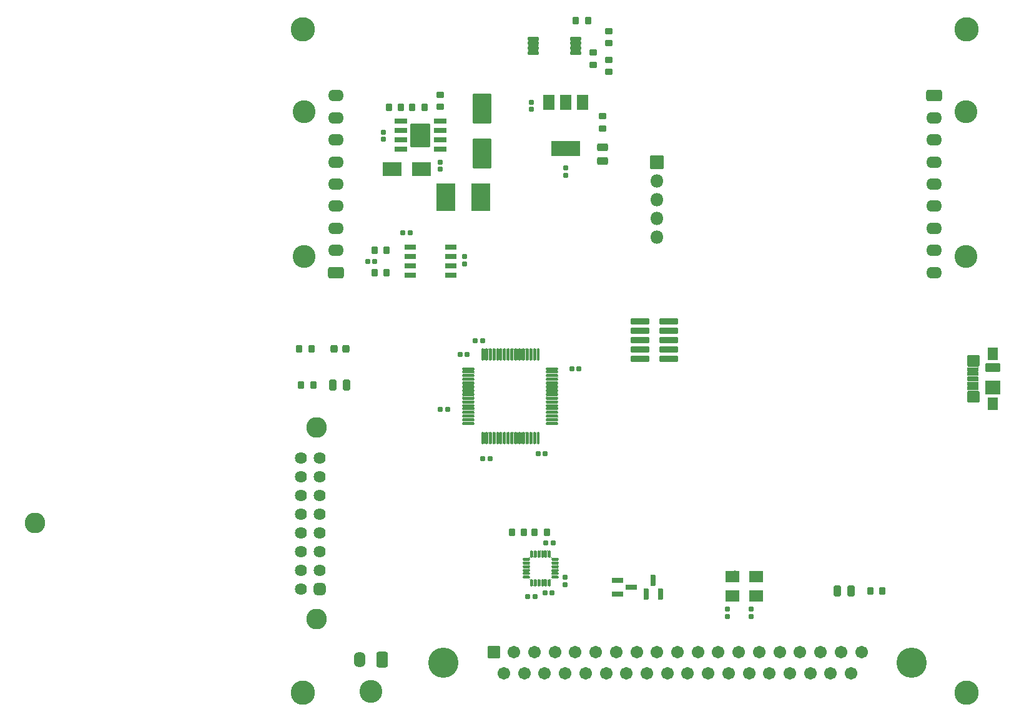
<source format=gbr>
%TF.GenerationSoftware,KiCad,Pcbnew,(6.0.2)*%
%TF.CreationDate,2022-03-24T13:41:09-04:00*%
%TF.ProjectId,MC_Telem,4d435f54-656c-4656-9d2e-6b696361645f,rev?*%
%TF.SameCoordinates,Original*%
%TF.FileFunction,Soldermask,Top*%
%TF.FilePolarity,Negative*%
%FSLAX46Y46*%
G04 Gerber Fmt 4.6, Leading zero omitted, Abs format (unit mm)*
G04 Created by KiCad (PCBNEW (6.0.2)) date 2022-03-24 13:41:09*
%MOMM*%
%LPD*%
G01*
G04 APERTURE LIST*
G04 Aperture macros list*
%AMRoundRect*
0 Rectangle with rounded corners*
0 $1 Rounding radius*
0 $2 $3 $4 $5 $6 $7 $8 $9 X,Y pos of 4 corners*
0 Add a 4 corners polygon primitive as box body*
4,1,4,$2,$3,$4,$5,$6,$7,$8,$9,$2,$3,0*
0 Add four circle primitives for the rounded corners*
1,1,$1+$1,$2,$3*
1,1,$1+$1,$4,$5*
1,1,$1+$1,$6,$7*
1,1,$1+$1,$8,$9*
0 Add four rect primitives between the rounded corners*
20,1,$1+$1,$2,$3,$4,$5,0*
20,1,$1+$1,$4,$5,$6,$7,0*
20,1,$1+$1,$6,$7,$8,$9,0*
20,1,$1+$1,$8,$9,$2,$3,0*%
G04 Aperture macros list end*
%ADD10RoundRect,0.191000X0.140000X0.170000X-0.140000X0.170000X-0.140000X-0.170000X0.140000X-0.170000X0*%
%ADD11RoundRect,0.191000X0.170000X-0.140000X0.170000X0.140000X-0.170000X0.140000X-0.170000X-0.140000X0*%
%ADD12RoundRect,0.301000X1.000000X-1.750000X1.000000X1.750000X-1.000000X1.750000X-1.000000X-1.750000X0*%
%ADD13RoundRect,0.191000X-0.170000X0.140000X-0.170000X-0.140000X0.170000X-0.140000X0.170000X0.140000X0*%
%ADD14RoundRect,0.191000X-0.140000X-0.170000X0.140000X-0.170000X0.140000X0.170000X-0.140000X0.170000X0*%
%ADD15C,3.302000*%
%ADD16RoundRect,0.051000X1.200000X0.370000X-1.200000X0.370000X-1.200000X-0.370000X1.200000X-0.370000X0*%
%ADD17RoundRect,0.051000X0.690000X-0.225000X0.690000X0.225000X-0.690000X0.225000X-0.690000X-0.225000X0*%
%ADD18RoundRect,0.051000X0.950000X-0.500000X0.950000X0.500000X-0.950000X0.500000X-0.950000X-0.500000X0*%
%ADD19RoundRect,0.051000X0.650000X-0.825000X0.650000X0.825000X-0.650000X0.825000X-0.650000X-0.825000X0*%
%ADD20RoundRect,0.051000X0.775000X-0.712500X0.775000X0.712500X-0.775000X0.712500X-0.775000X-0.712500X0*%
%ADD21RoundRect,0.051000X0.950000X-0.900000X0.950000X0.900000X-0.950000X0.900000X-0.950000X-0.900000X0*%
%ADD22C,3.102000*%
%ADD23RoundRect,0.301001X0.759999X-0.499999X0.759999X0.499999X-0.759999X0.499999X-0.759999X-0.499999X0*%
%ADD24O,2.122000X1.602000*%
%ADD25RoundRect,0.301001X0.499999X0.759999X-0.499999X0.759999X-0.499999X-0.759999X0.499999X-0.759999X0*%
%ADD26O,1.602000X2.122000*%
%ADD27RoundRect,0.051000X-0.850000X-0.850000X0.850000X-0.850000X0.850000X0.850000X-0.850000X0.850000X0*%
%ADD28O,1.802000X1.802000*%
%ADD29RoundRect,0.201000X-0.587500X-0.150000X0.587500X-0.150000X0.587500X0.150000X-0.587500X0.150000X0*%
%ADD30RoundRect,0.251000X-0.275000X0.200000X-0.275000X-0.200000X0.275000X-0.200000X0.275000X0.200000X0*%
%ADD31RoundRect,0.251000X0.200000X0.275000X-0.200000X0.275000X-0.200000X-0.275000X0.200000X-0.275000X0*%
%ADD32RoundRect,0.251000X0.275000X-0.200000X0.275000X0.200000X-0.275000X0.200000X-0.275000X-0.200000X0*%
%ADD33RoundRect,0.251000X-0.200000X-0.275000X0.200000X-0.275000X0.200000X0.275000X-0.200000X0.275000X0*%
%ADD34RoundRect,0.126000X-0.700000X-0.075000X0.700000X-0.075000X0.700000X0.075000X-0.700000X0.075000X0*%
%ADD35RoundRect,0.126000X-0.075000X-0.700000X0.075000X-0.700000X0.075000X0.700000X-0.075000X0.700000X0*%
%ADD36RoundRect,0.051000X0.700000X-0.300000X0.700000X0.300000X-0.700000X0.300000X-0.700000X-0.300000X0*%
%ADD37RoundRect,0.051000X0.775000X0.300000X-0.775000X0.300000X-0.775000X-0.300000X0.775000X-0.300000X0*%
%ADD38RoundRect,0.051000X1.300000X1.550000X-1.300000X1.550000X-1.300000X-1.550000X1.300000X-1.550000X0*%
%ADD39RoundRect,0.051000X-0.200000X0.750000X-0.200000X-0.750000X0.200000X-0.750000X0.200000X0.750000X0*%
%ADD40C,2.802000*%
%ADD41RoundRect,0.432000X0.381000X-0.381000X0.381000X0.381000X-0.381000X0.381000X-0.381000X-0.381000X0*%
%ADD42C,1.626000*%
%ADD43RoundRect,0.301001X-0.759999X0.499999X-0.759999X-0.499999X0.759999X-0.499999X0.759999X0.499999X0*%
%ADD44RoundRect,0.294750X-0.456250X0.243750X-0.456250X-0.243750X0.456250X-0.243750X0.456250X0.243750X0*%
%ADD45RoundRect,0.151000X0.637500X0.100000X-0.637500X0.100000X-0.637500X-0.100000X0.637500X-0.100000X0*%
%ADD46RoundRect,0.051000X-0.750000X1.000000X-0.750000X-1.000000X0.750000X-1.000000X0.750000X1.000000X0*%
%ADD47RoundRect,0.051000X-1.900000X1.000000X-1.900000X-1.000000X1.900000X-1.000000X1.900000X1.000000X0*%
%ADD48RoundRect,0.269750X-0.218750X-0.256250X0.218750X-0.256250X0.218750X0.256250X-0.218750X0.256250X0*%
%ADD49RoundRect,0.294750X-0.243750X-0.456250X0.243750X-0.456250X0.243750X0.456250X-0.243750X0.456250X0*%
%ADD50RoundRect,0.294750X0.243750X0.456250X-0.243750X0.456250X-0.243750X-0.456250X0.243750X-0.456250X0*%
%ADD51RoundRect,0.201000X0.150000X-0.587500X0.150000X0.587500X-0.150000X0.587500X-0.150000X-0.587500X0*%
%ADD52RoundRect,0.051000X-1.250000X-0.900000X1.250000X-0.900000X1.250000X0.900000X-1.250000X0.900000X0*%
%ADD53RoundRect,0.051000X1.250000X1.800000X-1.250000X1.800000X-1.250000X-1.800000X1.250000X-1.800000X0*%
%ADD54C,4.102000*%
%ADD55RoundRect,0.051000X-0.800000X-0.800000X0.800000X-0.800000X0.800000X0.800000X-0.800000X0.800000X0*%
%ADD56C,1.702000*%
%ADD57RoundRect,0.126000X-0.350000X-0.075000X0.350000X-0.075000X0.350000X0.075000X-0.350000X0.075000X0*%
%ADD58RoundRect,0.126000X0.075000X-0.350000X0.075000X0.350000X-0.075000X0.350000X-0.075000X-0.350000X0*%
G04 APERTURE END LIST*
D10*
%TO.C,C1*%
X94505000Y-92600000D03*
X93545000Y-92600000D03*
%TD*%
%TO.C,C2*%
X89705260Y-96500000D03*
X88745260Y-96500000D03*
%TD*%
D11*
%TO.C,C3*%
X98625000Y-83965000D03*
X98625000Y-83005000D03*
%TD*%
%TO.C,C4*%
X90900000Y-79935000D03*
X90900000Y-78975000D03*
%TD*%
D12*
%TO.C,C5*%
X104300000Y-81850000D03*
X104300000Y-75750000D03*
%TD*%
D13*
%TO.C,C6*%
X111000000Y-74905000D03*
X111000000Y-75865000D03*
%TD*%
%TO.C,C7*%
X115600000Y-83820000D03*
X115600000Y-84780000D03*
%TD*%
D10*
%TO.C,C8*%
X102230000Y-109100000D03*
X101270000Y-109100000D03*
%TD*%
%TO.C,C9*%
X99593200Y-116586000D03*
X98633200Y-116586000D03*
%TD*%
D14*
%TO.C,C10*%
X111864200Y-122580400D03*
X112824200Y-122580400D03*
%TD*%
%TO.C,C11*%
X116464000Y-111023400D03*
X117424000Y-111023400D03*
%TD*%
D10*
%TO.C,C13*%
X105354200Y-123266200D03*
X104394200Y-123266200D03*
%TD*%
D13*
%TO.C,C18*%
X101910000Y-95865000D03*
X101910000Y-96825000D03*
%TD*%
D15*
%TO.C,H1*%
X80000000Y-65000000D03*
%TD*%
%TO.C,H2*%
X170000000Y-65000000D03*
%TD*%
%TO.C,H4*%
X170000000Y-155000000D03*
%TD*%
D16*
%TO.C,J1*%
X129610400Y-109702600D03*
X125710400Y-109702600D03*
X129610400Y-108432600D03*
X125710400Y-108432600D03*
X129610400Y-107162600D03*
X125710400Y-107162600D03*
X129610400Y-105892600D03*
X125710400Y-105892600D03*
X129610400Y-104622600D03*
X125710400Y-104622600D03*
%TD*%
D17*
%TO.C,J2*%
X170830000Y-113720000D03*
X170830000Y-113070000D03*
X170830000Y-112420000D03*
X170830000Y-111770000D03*
X170830000Y-111120000D03*
D18*
X173490000Y-110870000D03*
D19*
X173490000Y-115795000D03*
D20*
X170915000Y-109932500D03*
X170915000Y-114907500D03*
D19*
X173490000Y-109045000D03*
D21*
X173490000Y-113570000D03*
%TD*%
D22*
%TO.C,J4*%
X80137000Y-76150000D03*
X80137000Y-95850000D03*
D23*
X84457000Y-98000000D03*
D24*
X84457000Y-95000000D03*
X84457000Y-92000000D03*
X84457000Y-89000000D03*
X84457000Y-86000000D03*
X84457000Y-83000000D03*
X84457000Y-80000000D03*
X84457000Y-77000000D03*
X84457000Y-74000000D03*
%TD*%
D22*
%TO.C,J8*%
X89200000Y-154845000D03*
D25*
X90700000Y-150525000D03*
D26*
X87700000Y-150525000D03*
%TD*%
D27*
%TO.C,J9*%
X128000000Y-83050000D03*
D28*
X128000000Y-85590000D03*
X128000000Y-88130000D03*
X128000000Y-90670000D03*
X128000000Y-93210000D03*
%TD*%
D29*
%TO.C,Q1*%
X122658900Y-139766000D03*
X122658900Y-141666000D03*
X124533900Y-140716000D03*
%TD*%
D30*
%TO.C,R9*%
X119380000Y-68162500D03*
X119380000Y-69812500D03*
%TD*%
D31*
%TO.C,R11*%
X91325000Y-95000000D03*
X89675000Y-95000000D03*
%TD*%
D32*
%TO.C,R13*%
X121453600Y-66892400D03*
X121453600Y-65242400D03*
%TD*%
D33*
%TO.C,R14*%
X117002500Y-63850000D03*
X118652500Y-63850000D03*
%TD*%
D32*
%TO.C,R16*%
X120612000Y-78464400D03*
X120612000Y-76814400D03*
%TD*%
D31*
%TO.C,R17*%
X96454500Y-75549600D03*
X94804500Y-75549600D03*
%TD*%
%TO.C,R18*%
X93305100Y-75549600D03*
X91655100Y-75549600D03*
%TD*%
D34*
%TO.C,U1*%
X102431000Y-111022400D03*
X102431000Y-111522400D03*
X102431000Y-112022400D03*
X102431000Y-112522400D03*
X102431000Y-113022400D03*
X102431000Y-113522400D03*
X102431000Y-114022400D03*
X102431000Y-114522400D03*
X102431000Y-115022400D03*
X102431000Y-115522400D03*
X102431000Y-116022400D03*
X102431000Y-116522400D03*
X102431000Y-117022400D03*
X102431000Y-117522400D03*
X102431000Y-118022400D03*
X102431000Y-118522400D03*
D35*
X104356000Y-120447400D03*
X104856000Y-120447400D03*
X105356000Y-120447400D03*
X105856000Y-120447400D03*
X106356000Y-120447400D03*
X106856000Y-120447400D03*
X107356000Y-120447400D03*
X107856000Y-120447400D03*
X108356000Y-120447400D03*
X108856000Y-120447400D03*
X109356000Y-120447400D03*
X109856000Y-120447400D03*
X110356000Y-120447400D03*
X110856000Y-120447400D03*
X111356000Y-120447400D03*
X111856000Y-120447400D03*
D34*
X113781000Y-118522400D03*
X113781000Y-118022400D03*
X113781000Y-117522400D03*
X113781000Y-117022400D03*
X113781000Y-116522400D03*
X113781000Y-116022400D03*
X113781000Y-115522400D03*
X113781000Y-115022400D03*
X113781000Y-114522400D03*
X113781000Y-114022400D03*
X113781000Y-113522400D03*
X113781000Y-113022400D03*
X113781000Y-112522400D03*
X113781000Y-112022400D03*
X113781000Y-111522400D03*
X113781000Y-111022400D03*
D35*
X111856000Y-109097400D03*
X111356000Y-109097400D03*
X110856000Y-109097400D03*
X110356000Y-109097400D03*
X109856000Y-109097400D03*
X109356000Y-109097400D03*
X108856000Y-109097400D03*
X108356000Y-109097400D03*
X107856000Y-109097400D03*
X107356000Y-109097400D03*
X106856000Y-109097400D03*
X106356000Y-109097400D03*
X105856000Y-109097400D03*
X105356000Y-109097400D03*
X104856000Y-109097400D03*
X104356000Y-109097400D03*
%TD*%
D36*
%TO.C,U3*%
X100016760Y-98399600D03*
X100016760Y-97129600D03*
X100016760Y-95859600D03*
X100016760Y-94589600D03*
X94516760Y-94589600D03*
X94516760Y-95859600D03*
X94516760Y-97129600D03*
X94516760Y-98399600D03*
%TD*%
D37*
%TO.C,U5*%
X98632200Y-81270000D03*
X98632200Y-80000000D03*
X98632200Y-78730000D03*
X98632200Y-77460000D03*
X93232200Y-77460000D03*
X93232200Y-78730000D03*
X93232200Y-80000000D03*
X93232200Y-81270000D03*
D38*
X95932200Y-79365000D03*
%TD*%
D39*
%TO.C,U8*%
X138861800Y-139224400D03*
X138211800Y-139224400D03*
X137561800Y-139224400D03*
X137561800Y-141884400D03*
X138211800Y-141884400D03*
X138861800Y-141884400D03*
%TD*%
D40*
%TO.C,U9*%
X81820000Y-118989800D03*
X81820000Y-144989800D03*
X43620000Y-131989800D03*
D41*
X82280000Y-140949800D03*
D42*
X79740000Y-140949800D03*
X82280000Y-138409800D03*
X79740000Y-138409800D03*
X82280000Y-135869800D03*
X79740000Y-135869800D03*
X82280000Y-133329800D03*
X79740000Y-133329800D03*
X82280000Y-130789800D03*
X79740000Y-130789800D03*
X82280000Y-128249800D03*
X79740000Y-128249800D03*
X82280000Y-125709800D03*
X79740000Y-125709800D03*
X82280000Y-123169800D03*
X79740000Y-123169800D03*
%TD*%
D22*
%TO.C,J3*%
X169890000Y-76150000D03*
X169890000Y-95850000D03*
D43*
X165570000Y-74000000D03*
D24*
X165570000Y-77000000D03*
X165570000Y-80000000D03*
X165570000Y-83000000D03*
X165570000Y-86000000D03*
X165570000Y-89000000D03*
X165570000Y-92000000D03*
X165570000Y-95000000D03*
X165570000Y-98000000D03*
%TD*%
D44*
%TO.C,D3*%
X120612000Y-80997200D03*
X120612000Y-82872200D03*
%TD*%
D45*
%TO.C,U2*%
X116952500Y-68195000D03*
X116952500Y-67545000D03*
X116952500Y-66895000D03*
X116952500Y-66245000D03*
X111227500Y-66245000D03*
X111227500Y-66895000D03*
X111227500Y-67545000D03*
X111227500Y-68195000D03*
%TD*%
D32*
%TO.C,R10*%
X121450000Y-70797500D03*
X121450000Y-69147500D03*
%TD*%
D46*
%TO.C,U4*%
X117900000Y-74900000D03*
D47*
X115600000Y-81200000D03*
D46*
X115600000Y-74900000D03*
X113300000Y-74900000D03*
%TD*%
D33*
%TO.C,R1*%
X79743700Y-113284000D03*
X81393700Y-113284000D03*
%TD*%
%TO.C,R2*%
X79489700Y-108331000D03*
X81139700Y-108331000D03*
%TD*%
D48*
%TO.C,D2*%
X84225301Y-108346001D03*
X85800301Y-108346001D03*
%TD*%
D49*
%TO.C,D1*%
X84028200Y-113284000D03*
X85903200Y-113284000D03*
%TD*%
D39*
%TO.C,U7*%
X142087600Y-139224400D03*
X141437600Y-139224400D03*
X140787600Y-139224400D03*
X140787600Y-141884400D03*
X141437600Y-141884400D03*
X142087600Y-141884400D03*
%TD*%
D50*
%TO.C,D5*%
X154350800Y-141173200D03*
X152475800Y-141173200D03*
%TD*%
D31*
%TO.C,R3*%
X158584500Y-141173200D03*
X156934500Y-141173200D03*
%TD*%
D51*
%TO.C,Q2*%
X126550000Y-141662900D03*
X128450000Y-141662900D03*
X127500000Y-139787900D03*
%TD*%
D15*
%TO.C,H3*%
X80000000Y-155000000D03*
%TD*%
D31*
%TO.C,R12*%
X91325000Y-98000000D03*
X89675000Y-98000000D03*
%TD*%
D52*
%TO.C,D4*%
X92100000Y-84000000D03*
X96100000Y-84000000D03*
%TD*%
D53*
%TO.C,L1*%
X104100000Y-87820000D03*
X99400000Y-87820000D03*
%TD*%
D10*
%TO.C,C12*%
X104345000Y-107250000D03*
X103385000Y-107250000D03*
%TD*%
D30*
%TO.C,R15*%
X98600000Y-73887500D03*
X98600000Y-75537500D03*
%TD*%
D54*
%TO.C,J7*%
X162530000Y-150920000D03*
X99030000Y-150920000D03*
D55*
X105850000Y-149500000D03*
D56*
X108620000Y-149500000D03*
X111390000Y-149500000D03*
X114160000Y-149500000D03*
X116930000Y-149500000D03*
X119700000Y-149500000D03*
X122470000Y-149500000D03*
X125240000Y-149500000D03*
X128010000Y-149500000D03*
X130780000Y-149500000D03*
X133550000Y-149500000D03*
X136320000Y-149500000D03*
X139090000Y-149500000D03*
X141860000Y-149500000D03*
X144630000Y-149500000D03*
X147400000Y-149500000D03*
X150170000Y-149500000D03*
X152940000Y-149500000D03*
X155710000Y-149500000D03*
X107235000Y-152340000D03*
X110005000Y-152340000D03*
X112775000Y-152340000D03*
X115545000Y-152340000D03*
X118315000Y-152340000D03*
X121085000Y-152340000D03*
X123855000Y-152340000D03*
X126625000Y-152340000D03*
X129395000Y-152340000D03*
X132165000Y-152340000D03*
X134935000Y-152340000D03*
X137705000Y-152340000D03*
X140475000Y-152340000D03*
X143245000Y-152340000D03*
X146015000Y-152340000D03*
X148785000Y-152340000D03*
X151555000Y-152340000D03*
X154325000Y-152340000D03*
%TD*%
D31*
%TO.C,R20*%
X113075000Y-133220000D03*
X111425000Y-133220000D03*
%TD*%
D13*
%TO.C,C19*%
X140800000Y-143700000D03*
X140800000Y-144660000D03*
%TD*%
%TO.C,C20*%
X137550000Y-143690000D03*
X137550000Y-144650000D03*
%TD*%
D11*
%TO.C,C14*%
X115550000Y-140330000D03*
X115550000Y-139370000D03*
%TD*%
D14*
%TO.C,C16*%
X112820000Y-141450000D03*
X113780000Y-141450000D03*
%TD*%
D10*
%TO.C,C15*%
X111450000Y-141925000D03*
X110490000Y-141925000D03*
%TD*%
D33*
%TO.C,R19*%
X108325000Y-133220000D03*
X109975000Y-133220000D03*
%TD*%
D14*
%TO.C,C17*%
X112950000Y-134720000D03*
X113910000Y-134720000D03*
%TD*%
D57*
%TO.C,U6*%
X110250000Y-136870000D03*
X110250000Y-137370000D03*
X110250000Y-137870000D03*
X110250000Y-138370000D03*
X110250000Y-138870000D03*
X110250000Y-139370000D03*
D58*
X110950000Y-140070000D03*
X111450000Y-140070000D03*
X111950000Y-140070000D03*
X112450000Y-140070000D03*
X112950000Y-140070000D03*
X113450000Y-140070000D03*
D57*
X114150000Y-139370000D03*
X114150000Y-138870000D03*
X114150000Y-138370000D03*
X114150000Y-137870000D03*
X114150000Y-137370000D03*
X114150000Y-136870000D03*
D58*
X113450000Y-136170000D03*
X112950000Y-136170000D03*
X112450000Y-136170000D03*
X111950000Y-136170000D03*
X111450000Y-136170000D03*
X110950000Y-136170000D03*
%TD*%
G36*
X137802460Y-141101893D02*
G01*
X137816252Y-141111109D01*
X137817415Y-141109369D01*
X137819209Y-141108484D01*
X137820360Y-141108945D01*
X137837752Y-141123478D01*
X137906470Y-141132104D01*
X137954088Y-141109318D01*
X137956082Y-141109472D01*
X137956614Y-141110011D01*
X137957348Y-141111109D01*
X137971140Y-141101893D01*
X137973136Y-141101762D01*
X137974247Y-141103425D01*
X137973914Y-141104667D01*
X137966567Y-141115662D01*
X137962800Y-141134599D01*
X137962800Y-142634201D01*
X137966567Y-142653138D01*
X137973914Y-142664133D01*
X137974045Y-142666129D01*
X137972382Y-142667240D01*
X137971140Y-142666907D01*
X137957348Y-142657691D01*
X137956185Y-142659431D01*
X137954391Y-142660316D01*
X137953240Y-142659855D01*
X137935848Y-142645322D01*
X137867130Y-142636696D01*
X137819512Y-142659482D01*
X137817518Y-142659328D01*
X137816986Y-142658789D01*
X137816252Y-142657691D01*
X137802460Y-142666907D01*
X137800464Y-142667038D01*
X137799353Y-142665375D01*
X137799686Y-142664133D01*
X137807033Y-142653138D01*
X137810800Y-142634201D01*
X137810800Y-141134599D01*
X137807033Y-141115662D01*
X137799686Y-141104667D01*
X137799555Y-141102671D01*
X137801218Y-141101560D01*
X137802460Y-141101893D01*
G37*
G36*
X141678260Y-141101893D02*
G01*
X141692052Y-141111109D01*
X141693215Y-141109369D01*
X141695009Y-141108484D01*
X141696160Y-141108945D01*
X141713552Y-141123478D01*
X141782270Y-141132104D01*
X141829888Y-141109318D01*
X141831882Y-141109472D01*
X141832414Y-141110011D01*
X141833148Y-141111109D01*
X141846940Y-141101893D01*
X141848936Y-141101762D01*
X141850047Y-141103425D01*
X141849714Y-141104667D01*
X141842367Y-141115662D01*
X141838600Y-141134599D01*
X141838600Y-142634201D01*
X141842367Y-142653138D01*
X141849714Y-142664133D01*
X141849845Y-142666129D01*
X141848182Y-142667240D01*
X141846940Y-142666907D01*
X141833148Y-142657691D01*
X141831985Y-142659431D01*
X141830191Y-142660316D01*
X141829040Y-142659855D01*
X141811648Y-142645322D01*
X141742930Y-142636696D01*
X141695312Y-142659482D01*
X141693318Y-142659328D01*
X141692786Y-142658789D01*
X141692052Y-142657691D01*
X141678260Y-142666907D01*
X141676264Y-142667038D01*
X141675153Y-142665375D01*
X141675486Y-142664133D01*
X141682833Y-142653138D01*
X141686600Y-142634201D01*
X141686600Y-141134599D01*
X141682833Y-141115662D01*
X141675486Y-141104667D01*
X141675355Y-141102671D01*
X141677018Y-141101560D01*
X141678260Y-141101893D01*
G37*
G36*
X138452460Y-141101893D02*
G01*
X138466252Y-141111109D01*
X138467415Y-141109369D01*
X138469209Y-141108484D01*
X138470360Y-141108945D01*
X138487752Y-141123478D01*
X138556470Y-141132104D01*
X138604088Y-141109318D01*
X138606082Y-141109472D01*
X138606614Y-141110011D01*
X138607348Y-141111109D01*
X138621140Y-141101893D01*
X138623136Y-141101762D01*
X138624247Y-141103425D01*
X138623914Y-141104667D01*
X138616567Y-141115662D01*
X138612800Y-141134599D01*
X138612800Y-142634201D01*
X138616567Y-142653138D01*
X138623914Y-142664133D01*
X138624045Y-142666129D01*
X138622382Y-142667240D01*
X138621140Y-142666907D01*
X138607348Y-142657691D01*
X138606185Y-142659431D01*
X138604391Y-142660316D01*
X138603240Y-142659855D01*
X138585848Y-142645322D01*
X138517130Y-142636696D01*
X138469512Y-142659482D01*
X138467518Y-142659328D01*
X138466986Y-142658789D01*
X138466252Y-142657691D01*
X138452460Y-142666907D01*
X138450464Y-142667038D01*
X138449353Y-142665375D01*
X138449686Y-142664133D01*
X138457033Y-142653138D01*
X138460800Y-142634201D01*
X138460800Y-141134599D01*
X138457033Y-141115662D01*
X138449686Y-141104667D01*
X138449555Y-141102671D01*
X138451218Y-141101560D01*
X138452460Y-141101893D01*
G37*
G36*
X141028260Y-141101893D02*
G01*
X141042052Y-141111109D01*
X141043215Y-141109369D01*
X141045009Y-141108484D01*
X141046160Y-141108945D01*
X141063552Y-141123478D01*
X141132270Y-141132104D01*
X141179888Y-141109318D01*
X141181882Y-141109472D01*
X141182414Y-141110011D01*
X141183148Y-141111109D01*
X141196940Y-141101893D01*
X141198936Y-141101762D01*
X141200047Y-141103425D01*
X141199714Y-141104667D01*
X141192367Y-141115662D01*
X141188600Y-141134599D01*
X141188600Y-142634201D01*
X141192367Y-142653138D01*
X141199714Y-142664133D01*
X141199845Y-142666129D01*
X141198182Y-142667240D01*
X141196940Y-142666907D01*
X141183148Y-142657691D01*
X141181985Y-142659431D01*
X141180191Y-142660316D01*
X141179040Y-142659855D01*
X141161648Y-142645322D01*
X141092930Y-142636696D01*
X141045312Y-142659482D01*
X141043318Y-142659328D01*
X141042786Y-142658789D01*
X141042052Y-142657691D01*
X141028260Y-142666907D01*
X141026264Y-142667038D01*
X141025153Y-142665375D01*
X141025486Y-142664133D01*
X141032833Y-142653138D01*
X141036600Y-142634201D01*
X141036600Y-141134599D01*
X141032833Y-141115662D01*
X141025486Y-141104667D01*
X141025355Y-141102671D01*
X141027018Y-141101560D01*
X141028260Y-141101893D01*
G37*
G36*
X111118693Y-139634460D02*
G01*
X111131425Y-139642967D01*
X111197789Y-139663747D01*
X111268589Y-139642958D01*
X111281307Y-139634460D01*
X111283303Y-139634329D01*
X111284414Y-139635992D01*
X111284081Y-139637234D01*
X111260476Y-139672561D01*
X111251000Y-139720199D01*
X111251000Y-140419801D01*
X111260476Y-140467439D01*
X111284081Y-140502766D01*
X111284212Y-140504762D01*
X111282549Y-140505873D01*
X111281307Y-140505540D01*
X111268575Y-140497033D01*
X111202211Y-140476253D01*
X111131411Y-140497042D01*
X111118693Y-140505540D01*
X111116697Y-140505671D01*
X111115586Y-140504008D01*
X111115919Y-140502766D01*
X111139524Y-140467439D01*
X111149000Y-140419801D01*
X111149000Y-139720199D01*
X111139524Y-139672561D01*
X111115919Y-139637234D01*
X111115788Y-139635238D01*
X111117451Y-139634127D01*
X111118693Y-139634460D01*
G37*
G36*
X113118693Y-139634460D02*
G01*
X113131425Y-139642967D01*
X113197789Y-139663747D01*
X113268589Y-139642958D01*
X113281307Y-139634460D01*
X113283303Y-139634329D01*
X113284414Y-139635992D01*
X113284081Y-139637234D01*
X113260476Y-139672561D01*
X113251000Y-139720199D01*
X113251000Y-140419801D01*
X113260476Y-140467439D01*
X113284081Y-140502766D01*
X113284212Y-140504762D01*
X113282549Y-140505873D01*
X113281307Y-140505540D01*
X113268575Y-140497033D01*
X113202211Y-140476253D01*
X113131411Y-140497042D01*
X113118693Y-140505540D01*
X113116697Y-140505671D01*
X113115586Y-140504008D01*
X113115919Y-140502766D01*
X113139524Y-140467439D01*
X113149000Y-140419801D01*
X113149000Y-139720199D01*
X113139524Y-139672561D01*
X113115919Y-139637234D01*
X113115788Y-139635238D01*
X113117451Y-139634127D01*
X113118693Y-139634460D01*
G37*
G36*
X111618693Y-139634460D02*
G01*
X111631425Y-139642967D01*
X111697789Y-139663747D01*
X111768589Y-139642958D01*
X111781307Y-139634460D01*
X111783303Y-139634329D01*
X111784414Y-139635992D01*
X111784081Y-139637234D01*
X111760476Y-139672561D01*
X111751000Y-139720199D01*
X111751000Y-140419801D01*
X111760476Y-140467439D01*
X111784081Y-140502766D01*
X111784212Y-140504762D01*
X111782549Y-140505873D01*
X111781307Y-140505540D01*
X111768575Y-140497033D01*
X111702211Y-140476253D01*
X111631411Y-140497042D01*
X111618693Y-140505540D01*
X111616697Y-140505671D01*
X111615586Y-140504008D01*
X111615919Y-140502766D01*
X111639524Y-140467439D01*
X111649000Y-140419801D01*
X111649000Y-139720199D01*
X111639524Y-139672561D01*
X111615919Y-139637234D01*
X111615788Y-139635238D01*
X111617451Y-139634127D01*
X111618693Y-139634460D01*
G37*
G36*
X112118693Y-139634460D02*
G01*
X112131425Y-139642967D01*
X112197789Y-139663747D01*
X112268589Y-139642958D01*
X112281307Y-139634460D01*
X112283303Y-139634329D01*
X112284414Y-139635992D01*
X112284081Y-139637234D01*
X112260476Y-139672561D01*
X112251000Y-139720199D01*
X112251000Y-140419801D01*
X112260476Y-140467439D01*
X112284081Y-140502766D01*
X112284212Y-140504762D01*
X112282549Y-140505873D01*
X112281307Y-140505540D01*
X112268575Y-140497033D01*
X112202211Y-140476253D01*
X112131411Y-140497042D01*
X112118693Y-140505540D01*
X112116697Y-140505671D01*
X112115586Y-140504008D01*
X112115919Y-140502766D01*
X112139524Y-140467439D01*
X112149000Y-140419801D01*
X112149000Y-139720199D01*
X112139524Y-139672561D01*
X112115919Y-139637234D01*
X112115788Y-139635238D01*
X112117451Y-139634127D01*
X112118693Y-139634460D01*
G37*
G36*
X112618693Y-139634460D02*
G01*
X112631425Y-139642967D01*
X112697789Y-139663747D01*
X112768589Y-139642958D01*
X112781307Y-139634460D01*
X112783303Y-139634329D01*
X112784414Y-139635992D01*
X112784081Y-139637234D01*
X112760476Y-139672561D01*
X112751000Y-139720199D01*
X112751000Y-140419801D01*
X112760476Y-140467439D01*
X112784081Y-140502766D01*
X112784212Y-140504762D01*
X112782549Y-140505873D01*
X112781307Y-140505540D01*
X112768575Y-140497033D01*
X112702211Y-140476253D01*
X112631411Y-140497042D01*
X112618693Y-140505540D01*
X112616697Y-140505671D01*
X112615586Y-140504008D01*
X112615919Y-140502766D01*
X112639524Y-140467439D01*
X112649000Y-140419801D01*
X112649000Y-139720199D01*
X112639524Y-139672561D01*
X112615919Y-139637234D01*
X112615788Y-139635238D01*
X112617451Y-139634127D01*
X112618693Y-139634460D01*
G37*
G36*
X141028260Y-138441893D02*
G01*
X141042052Y-138451109D01*
X141043215Y-138449369D01*
X141045009Y-138448484D01*
X141046160Y-138448945D01*
X141063552Y-138463478D01*
X141132270Y-138472104D01*
X141179888Y-138449318D01*
X141181882Y-138449472D01*
X141182414Y-138450011D01*
X141183148Y-138451109D01*
X141196940Y-138441893D01*
X141198936Y-138441762D01*
X141200047Y-138443425D01*
X141199714Y-138444667D01*
X141192367Y-138455662D01*
X141188600Y-138474599D01*
X141188600Y-139974201D01*
X141192367Y-139993138D01*
X141199714Y-140004133D01*
X141199845Y-140006129D01*
X141198182Y-140007240D01*
X141196940Y-140006907D01*
X141183148Y-139997691D01*
X141181985Y-139999431D01*
X141180191Y-140000316D01*
X141179040Y-139999855D01*
X141161648Y-139985322D01*
X141092930Y-139976696D01*
X141045312Y-139999482D01*
X141043318Y-139999328D01*
X141042786Y-139998789D01*
X141042052Y-139997691D01*
X141028260Y-140006907D01*
X141026264Y-140007038D01*
X141025153Y-140005375D01*
X141025486Y-140004133D01*
X141032833Y-139993138D01*
X141036600Y-139974201D01*
X141036600Y-138474599D01*
X141032833Y-138455662D01*
X141025486Y-138444667D01*
X141025355Y-138442671D01*
X141027018Y-138441560D01*
X141028260Y-138441893D01*
G37*
G36*
X137802460Y-138441893D02*
G01*
X137816252Y-138451109D01*
X137817415Y-138449369D01*
X137819209Y-138448484D01*
X137820360Y-138448945D01*
X137837752Y-138463478D01*
X137906470Y-138472104D01*
X137954088Y-138449318D01*
X137956082Y-138449472D01*
X137956614Y-138450011D01*
X137957348Y-138451109D01*
X137971140Y-138441893D01*
X137973136Y-138441762D01*
X137974247Y-138443425D01*
X137973914Y-138444667D01*
X137966567Y-138455662D01*
X137962800Y-138474599D01*
X137962800Y-139974201D01*
X137966567Y-139993138D01*
X137973914Y-140004133D01*
X137974045Y-140006129D01*
X137972382Y-140007240D01*
X137971140Y-140006907D01*
X137957348Y-139997691D01*
X137956185Y-139999431D01*
X137954391Y-140000316D01*
X137953240Y-139999855D01*
X137935848Y-139985322D01*
X137867130Y-139976696D01*
X137819512Y-139999482D01*
X137817518Y-139999328D01*
X137816986Y-139998789D01*
X137816252Y-139997691D01*
X137802460Y-140006907D01*
X137800464Y-140007038D01*
X137799353Y-140005375D01*
X137799686Y-140004133D01*
X137807033Y-139993138D01*
X137810800Y-139974201D01*
X137810800Y-138474599D01*
X137807033Y-138455662D01*
X137799686Y-138444667D01*
X137799555Y-138442671D01*
X137801218Y-138441560D01*
X137802460Y-138441893D01*
G37*
G36*
X138452460Y-138441893D02*
G01*
X138466252Y-138451109D01*
X138467415Y-138449369D01*
X138469209Y-138448484D01*
X138470360Y-138448945D01*
X138487752Y-138463478D01*
X138556470Y-138472104D01*
X138604088Y-138449318D01*
X138606082Y-138449472D01*
X138606614Y-138450011D01*
X138607348Y-138451109D01*
X138621140Y-138441893D01*
X138623136Y-138441762D01*
X138624247Y-138443425D01*
X138623914Y-138444667D01*
X138616567Y-138455662D01*
X138612800Y-138474599D01*
X138612800Y-139974201D01*
X138616567Y-139993138D01*
X138623914Y-140004133D01*
X138624045Y-140006129D01*
X138622382Y-140007240D01*
X138621140Y-140006907D01*
X138607348Y-139997691D01*
X138606185Y-139999431D01*
X138604391Y-140000316D01*
X138603240Y-139999855D01*
X138585848Y-139985322D01*
X138517130Y-139976696D01*
X138469512Y-139999482D01*
X138467518Y-139999328D01*
X138466986Y-139998789D01*
X138466252Y-139997691D01*
X138452460Y-140006907D01*
X138450464Y-140007038D01*
X138449353Y-140005375D01*
X138449686Y-140004133D01*
X138457033Y-139993138D01*
X138460800Y-139974201D01*
X138460800Y-138474599D01*
X138457033Y-138455662D01*
X138449686Y-138444667D01*
X138449555Y-138442671D01*
X138451218Y-138441560D01*
X138452460Y-138441893D01*
G37*
G36*
X141678260Y-138441893D02*
G01*
X141692052Y-138451109D01*
X141693215Y-138449369D01*
X141695009Y-138448484D01*
X141696160Y-138448945D01*
X141713552Y-138463478D01*
X141782270Y-138472104D01*
X141829888Y-138449318D01*
X141831882Y-138449472D01*
X141832414Y-138450011D01*
X141833148Y-138451109D01*
X141846940Y-138441893D01*
X141848936Y-138441762D01*
X141850047Y-138443425D01*
X141849714Y-138444667D01*
X141842367Y-138455662D01*
X141838600Y-138474599D01*
X141838600Y-139974201D01*
X141842367Y-139993138D01*
X141849714Y-140004133D01*
X141849845Y-140006129D01*
X141848182Y-140007240D01*
X141846940Y-140006907D01*
X141833148Y-139997691D01*
X141831985Y-139999431D01*
X141830191Y-140000316D01*
X141829040Y-139999855D01*
X141811648Y-139985322D01*
X141742930Y-139976696D01*
X141695312Y-139999482D01*
X141693318Y-139999328D01*
X141692786Y-139998789D01*
X141692052Y-139997691D01*
X141678260Y-140006907D01*
X141676264Y-140007038D01*
X141675153Y-140005375D01*
X141675486Y-140004133D01*
X141682833Y-139993138D01*
X141686600Y-139974201D01*
X141686600Y-138474599D01*
X141682833Y-138455662D01*
X141675486Y-138444667D01*
X141675355Y-138442671D01*
X141677018Y-138441560D01*
X141678260Y-138441893D01*
G37*
G36*
X110724521Y-139457563D02*
G01*
X110725194Y-139458889D01*
X110730659Y-139519963D01*
X110773146Y-139574657D01*
X110838619Y-139597756D01*
X110850053Y-139596939D01*
X110851852Y-139597813D01*
X110851995Y-139599808D01*
X110850586Y-139600896D01*
X110827561Y-139605476D01*
X110787347Y-139632347D01*
X110760476Y-139672561D01*
X110753760Y-139706323D01*
X110752441Y-139707827D01*
X110750479Y-139707437D01*
X110749806Y-139706111D01*
X110744341Y-139645037D01*
X110701854Y-139590343D01*
X110636381Y-139567244D01*
X110624947Y-139568061D01*
X110623148Y-139567187D01*
X110623005Y-139565192D01*
X110624414Y-139564104D01*
X110647439Y-139559524D01*
X110687653Y-139532653D01*
X110714524Y-139492439D01*
X110721240Y-139458677D01*
X110722559Y-139457173D01*
X110724521Y-139457563D01*
G37*
G36*
X113680896Y-139469414D02*
G01*
X113685476Y-139492439D01*
X113712347Y-139532653D01*
X113752561Y-139559524D01*
X113786323Y-139566240D01*
X113787827Y-139567559D01*
X113787437Y-139569521D01*
X113786111Y-139570194D01*
X113725037Y-139575659D01*
X113670343Y-139618146D01*
X113647244Y-139683619D01*
X113648061Y-139695053D01*
X113647187Y-139696852D01*
X113645192Y-139696995D01*
X113644104Y-139695586D01*
X113639524Y-139672561D01*
X113612653Y-139632347D01*
X113572439Y-139605476D01*
X113538677Y-139598760D01*
X113537173Y-139597441D01*
X113537563Y-139595479D01*
X113538889Y-139594806D01*
X113599963Y-139589341D01*
X113654657Y-139546854D01*
X113677756Y-139481381D01*
X113676939Y-139469947D01*
X113677813Y-139468148D01*
X113679808Y-139468005D01*
X113680896Y-139469414D01*
G37*
G36*
X113717234Y-139035919D02*
G01*
X113752561Y-139059524D01*
X113800199Y-139069000D01*
X114499801Y-139069000D01*
X114547439Y-139059524D01*
X114582766Y-139035919D01*
X114584762Y-139035788D01*
X114585873Y-139037451D01*
X114585540Y-139038693D01*
X114577033Y-139051425D01*
X114556253Y-139117789D01*
X114577042Y-139188589D01*
X114585540Y-139201307D01*
X114585671Y-139203303D01*
X114584008Y-139204414D01*
X114582766Y-139204081D01*
X114547439Y-139180476D01*
X114499801Y-139171000D01*
X113800199Y-139171000D01*
X113752561Y-139180476D01*
X113717234Y-139204081D01*
X113715238Y-139204212D01*
X113714127Y-139202549D01*
X113714460Y-139201307D01*
X113722967Y-139188575D01*
X113743747Y-139122211D01*
X113722958Y-139051411D01*
X113714460Y-139038693D01*
X113714329Y-139036697D01*
X113715992Y-139035586D01*
X113717234Y-139035919D01*
G37*
G36*
X109817234Y-139035919D02*
G01*
X109852561Y-139059524D01*
X109900199Y-139069000D01*
X110599801Y-139069000D01*
X110647439Y-139059524D01*
X110682766Y-139035919D01*
X110684762Y-139035788D01*
X110685873Y-139037451D01*
X110685540Y-139038693D01*
X110677033Y-139051425D01*
X110656253Y-139117789D01*
X110677042Y-139188589D01*
X110685540Y-139201307D01*
X110685671Y-139203303D01*
X110684008Y-139204414D01*
X110682766Y-139204081D01*
X110647439Y-139180476D01*
X110599801Y-139171000D01*
X109900199Y-139171000D01*
X109852561Y-139180476D01*
X109817234Y-139204081D01*
X109815238Y-139204212D01*
X109814127Y-139202549D01*
X109814460Y-139201307D01*
X109822967Y-139188575D01*
X109843747Y-139122211D01*
X109822958Y-139051411D01*
X109814460Y-139038693D01*
X109814329Y-139036697D01*
X109815992Y-139035586D01*
X109817234Y-139035919D01*
G37*
G36*
X109817234Y-138535919D02*
G01*
X109852561Y-138559524D01*
X109900199Y-138569000D01*
X110599801Y-138569000D01*
X110647439Y-138559524D01*
X110682766Y-138535919D01*
X110684762Y-138535788D01*
X110685873Y-138537451D01*
X110685540Y-138538693D01*
X110677033Y-138551425D01*
X110656253Y-138617789D01*
X110677042Y-138688589D01*
X110685540Y-138701307D01*
X110685671Y-138703303D01*
X110684008Y-138704414D01*
X110682766Y-138704081D01*
X110647439Y-138680476D01*
X110599801Y-138671000D01*
X109900199Y-138671000D01*
X109852561Y-138680476D01*
X109817234Y-138704081D01*
X109815238Y-138704212D01*
X109814127Y-138702549D01*
X109814460Y-138701307D01*
X109822967Y-138688575D01*
X109843747Y-138622211D01*
X109822958Y-138551411D01*
X109814460Y-138538693D01*
X109814329Y-138536697D01*
X109815992Y-138535586D01*
X109817234Y-138535919D01*
G37*
G36*
X113717234Y-138535919D02*
G01*
X113752561Y-138559524D01*
X113800199Y-138569000D01*
X114499801Y-138569000D01*
X114547439Y-138559524D01*
X114582766Y-138535919D01*
X114584762Y-138535788D01*
X114585873Y-138537451D01*
X114585540Y-138538693D01*
X114577033Y-138551425D01*
X114556253Y-138617789D01*
X114577042Y-138688589D01*
X114585540Y-138701307D01*
X114585671Y-138703303D01*
X114584008Y-138704414D01*
X114582766Y-138704081D01*
X114547439Y-138680476D01*
X114499801Y-138671000D01*
X113800199Y-138671000D01*
X113752561Y-138680476D01*
X113717234Y-138704081D01*
X113715238Y-138704212D01*
X113714127Y-138702549D01*
X113714460Y-138701307D01*
X113722967Y-138688575D01*
X113743747Y-138622211D01*
X113722958Y-138551411D01*
X113714460Y-138538693D01*
X113714329Y-138536697D01*
X113715992Y-138535586D01*
X113717234Y-138535919D01*
G37*
G36*
X109817234Y-138035919D02*
G01*
X109852561Y-138059524D01*
X109900199Y-138069000D01*
X110599801Y-138069000D01*
X110647439Y-138059524D01*
X110682766Y-138035919D01*
X110684762Y-138035788D01*
X110685873Y-138037451D01*
X110685540Y-138038693D01*
X110677033Y-138051425D01*
X110656253Y-138117789D01*
X110677042Y-138188589D01*
X110685540Y-138201307D01*
X110685671Y-138203303D01*
X110684008Y-138204414D01*
X110682766Y-138204081D01*
X110647439Y-138180476D01*
X110599801Y-138171000D01*
X109900199Y-138171000D01*
X109852561Y-138180476D01*
X109817234Y-138204081D01*
X109815238Y-138204212D01*
X109814127Y-138202549D01*
X109814460Y-138201307D01*
X109822967Y-138188575D01*
X109843747Y-138122211D01*
X109822958Y-138051411D01*
X109814460Y-138038693D01*
X109814329Y-138036697D01*
X109815992Y-138035586D01*
X109817234Y-138035919D01*
G37*
G36*
X113717234Y-138035919D02*
G01*
X113752561Y-138059524D01*
X113800199Y-138069000D01*
X114499801Y-138069000D01*
X114547439Y-138059524D01*
X114582766Y-138035919D01*
X114584762Y-138035788D01*
X114585873Y-138037451D01*
X114585540Y-138038693D01*
X114577033Y-138051425D01*
X114556253Y-138117789D01*
X114577042Y-138188589D01*
X114585540Y-138201307D01*
X114585671Y-138203303D01*
X114584008Y-138204414D01*
X114582766Y-138204081D01*
X114547439Y-138180476D01*
X114499801Y-138171000D01*
X113800199Y-138171000D01*
X113752561Y-138180476D01*
X113717234Y-138204081D01*
X113715238Y-138204212D01*
X113714127Y-138202549D01*
X113714460Y-138201307D01*
X113722967Y-138188575D01*
X113743747Y-138122211D01*
X113722958Y-138051411D01*
X113714460Y-138038693D01*
X113714329Y-138036697D01*
X113715992Y-138035586D01*
X113717234Y-138035919D01*
G37*
G36*
X109817234Y-137535919D02*
G01*
X109852561Y-137559524D01*
X109900199Y-137569000D01*
X110599801Y-137569000D01*
X110647439Y-137559524D01*
X110682766Y-137535919D01*
X110684762Y-137535788D01*
X110685873Y-137537451D01*
X110685540Y-137538693D01*
X110677033Y-137551425D01*
X110656253Y-137617789D01*
X110677042Y-137688589D01*
X110685540Y-137701307D01*
X110685671Y-137703303D01*
X110684008Y-137704414D01*
X110682766Y-137704081D01*
X110647439Y-137680476D01*
X110599801Y-137671000D01*
X109900199Y-137671000D01*
X109852561Y-137680476D01*
X109817234Y-137704081D01*
X109815238Y-137704212D01*
X109814127Y-137702549D01*
X109814460Y-137701307D01*
X109822967Y-137688575D01*
X109843747Y-137622211D01*
X109822958Y-137551411D01*
X109814460Y-137538693D01*
X109814329Y-137536697D01*
X109815992Y-137535586D01*
X109817234Y-137535919D01*
G37*
G36*
X113717234Y-137535919D02*
G01*
X113752561Y-137559524D01*
X113800199Y-137569000D01*
X114499801Y-137569000D01*
X114547439Y-137559524D01*
X114582766Y-137535919D01*
X114584762Y-137535788D01*
X114585873Y-137537451D01*
X114585540Y-137538693D01*
X114577033Y-137551425D01*
X114556253Y-137617789D01*
X114577042Y-137688589D01*
X114585540Y-137701307D01*
X114585671Y-137703303D01*
X114584008Y-137704414D01*
X114582766Y-137704081D01*
X114547439Y-137680476D01*
X114499801Y-137671000D01*
X113800199Y-137671000D01*
X113752561Y-137680476D01*
X113717234Y-137704081D01*
X113715238Y-137704212D01*
X113714127Y-137702549D01*
X113714460Y-137701307D01*
X113722967Y-137688575D01*
X113743747Y-137622211D01*
X113722958Y-137551411D01*
X113714460Y-137538693D01*
X113714329Y-137536697D01*
X113715992Y-137535586D01*
X113717234Y-137535919D01*
G37*
G36*
X113717234Y-137035919D02*
G01*
X113752561Y-137059524D01*
X113800199Y-137069000D01*
X114499801Y-137069000D01*
X114547439Y-137059524D01*
X114582766Y-137035919D01*
X114584762Y-137035788D01*
X114585873Y-137037451D01*
X114585540Y-137038693D01*
X114577033Y-137051425D01*
X114556253Y-137117789D01*
X114577042Y-137188589D01*
X114585540Y-137201307D01*
X114585671Y-137203303D01*
X114584008Y-137204414D01*
X114582766Y-137204081D01*
X114547439Y-137180476D01*
X114499801Y-137171000D01*
X113800199Y-137171000D01*
X113752561Y-137180476D01*
X113717234Y-137204081D01*
X113715238Y-137204212D01*
X113714127Y-137202549D01*
X113714460Y-137201307D01*
X113722967Y-137188575D01*
X113743747Y-137122211D01*
X113722958Y-137051411D01*
X113714460Y-137038693D01*
X113714329Y-137036697D01*
X113715992Y-137035586D01*
X113717234Y-137035919D01*
G37*
G36*
X109817234Y-137035919D02*
G01*
X109852561Y-137059524D01*
X109900199Y-137069000D01*
X110599801Y-137069000D01*
X110647439Y-137059524D01*
X110682766Y-137035919D01*
X110684762Y-137035788D01*
X110685873Y-137037451D01*
X110685540Y-137038693D01*
X110677033Y-137051425D01*
X110656253Y-137117789D01*
X110677042Y-137188589D01*
X110685540Y-137201307D01*
X110685671Y-137203303D01*
X110684008Y-137204414D01*
X110682766Y-137204081D01*
X110647439Y-137180476D01*
X110599801Y-137171000D01*
X109900199Y-137171000D01*
X109852561Y-137180476D01*
X109817234Y-137204081D01*
X109815238Y-137204212D01*
X109814127Y-137202549D01*
X109814460Y-137201307D01*
X109822967Y-137188575D01*
X109843747Y-137122211D01*
X109822958Y-137051411D01*
X109814460Y-137038693D01*
X109814329Y-137036697D01*
X109815992Y-137035586D01*
X109817234Y-137035919D01*
G37*
G36*
X113649521Y-136532563D02*
G01*
X113650194Y-136533889D01*
X113655659Y-136594963D01*
X113698146Y-136649657D01*
X113763619Y-136672756D01*
X113775053Y-136671939D01*
X113776852Y-136672813D01*
X113776995Y-136674808D01*
X113775586Y-136675896D01*
X113752561Y-136680476D01*
X113712347Y-136707347D01*
X113685476Y-136747561D01*
X113678760Y-136781323D01*
X113677441Y-136782827D01*
X113675479Y-136782437D01*
X113674806Y-136781111D01*
X113669341Y-136720037D01*
X113626854Y-136665343D01*
X113561381Y-136642244D01*
X113549947Y-136643061D01*
X113548148Y-136642187D01*
X113548005Y-136640192D01*
X113549414Y-136639104D01*
X113572439Y-136634524D01*
X113612653Y-136607653D01*
X113639524Y-136567439D01*
X113646240Y-136533677D01*
X113647559Y-136532173D01*
X113649521Y-136532563D01*
G37*
G36*
X110755896Y-136544414D02*
G01*
X110760476Y-136567439D01*
X110787347Y-136607653D01*
X110827561Y-136634524D01*
X110861323Y-136641240D01*
X110862827Y-136642559D01*
X110862437Y-136644521D01*
X110861111Y-136645194D01*
X110800037Y-136650659D01*
X110745343Y-136693146D01*
X110722244Y-136758619D01*
X110723061Y-136770053D01*
X110722187Y-136771852D01*
X110720192Y-136771995D01*
X110719104Y-136770586D01*
X110714524Y-136747561D01*
X110687653Y-136707347D01*
X110647439Y-136680476D01*
X110613677Y-136673760D01*
X110612173Y-136672441D01*
X110612563Y-136670479D01*
X110613889Y-136669806D01*
X110674963Y-136664341D01*
X110729657Y-136621854D01*
X110752756Y-136556381D01*
X110751939Y-136544947D01*
X110752813Y-136543148D01*
X110754808Y-136543005D01*
X110755896Y-136544414D01*
G37*
G36*
X112618693Y-135734460D02*
G01*
X112631425Y-135742967D01*
X112697789Y-135763747D01*
X112768589Y-135742958D01*
X112781307Y-135734460D01*
X112783303Y-135734329D01*
X112784414Y-135735992D01*
X112784081Y-135737234D01*
X112760476Y-135772561D01*
X112751000Y-135820199D01*
X112751000Y-136519801D01*
X112760476Y-136567439D01*
X112784081Y-136602766D01*
X112784212Y-136604762D01*
X112782549Y-136605873D01*
X112781307Y-136605540D01*
X112768575Y-136597033D01*
X112702211Y-136576253D01*
X112631411Y-136597042D01*
X112618693Y-136605540D01*
X112616697Y-136605671D01*
X112615586Y-136604008D01*
X112615919Y-136602766D01*
X112639524Y-136567439D01*
X112649000Y-136519801D01*
X112649000Y-135820199D01*
X112639524Y-135772561D01*
X112615919Y-135737234D01*
X112615788Y-135735238D01*
X112617451Y-135734127D01*
X112618693Y-135734460D01*
G37*
G36*
X111618693Y-135734460D02*
G01*
X111631425Y-135742967D01*
X111697789Y-135763747D01*
X111768589Y-135742958D01*
X111781307Y-135734460D01*
X111783303Y-135734329D01*
X111784414Y-135735992D01*
X111784081Y-135737234D01*
X111760476Y-135772561D01*
X111751000Y-135820199D01*
X111751000Y-136519801D01*
X111760476Y-136567439D01*
X111784081Y-136602766D01*
X111784212Y-136604762D01*
X111782549Y-136605873D01*
X111781307Y-136605540D01*
X111768575Y-136597033D01*
X111702211Y-136576253D01*
X111631411Y-136597042D01*
X111618693Y-136605540D01*
X111616697Y-136605671D01*
X111615586Y-136604008D01*
X111615919Y-136602766D01*
X111639524Y-136567439D01*
X111649000Y-136519801D01*
X111649000Y-135820199D01*
X111639524Y-135772561D01*
X111615919Y-135737234D01*
X111615788Y-135735238D01*
X111617451Y-135734127D01*
X111618693Y-135734460D01*
G37*
G36*
X112118693Y-135734460D02*
G01*
X112131425Y-135742967D01*
X112197789Y-135763747D01*
X112268589Y-135742958D01*
X112281307Y-135734460D01*
X112283303Y-135734329D01*
X112284414Y-135735992D01*
X112284081Y-135737234D01*
X112260476Y-135772561D01*
X112251000Y-135820199D01*
X112251000Y-136519801D01*
X112260476Y-136567439D01*
X112284081Y-136602766D01*
X112284212Y-136604762D01*
X112282549Y-136605873D01*
X112281307Y-136605540D01*
X112268575Y-136597033D01*
X112202211Y-136576253D01*
X112131411Y-136597042D01*
X112118693Y-136605540D01*
X112116697Y-136605671D01*
X112115586Y-136604008D01*
X112115919Y-136602766D01*
X112139524Y-136567439D01*
X112149000Y-136519801D01*
X112149000Y-135820199D01*
X112139524Y-135772561D01*
X112115919Y-135737234D01*
X112115788Y-135735238D01*
X112117451Y-135734127D01*
X112118693Y-135734460D01*
G37*
G36*
X111118693Y-135734460D02*
G01*
X111131425Y-135742967D01*
X111197789Y-135763747D01*
X111268589Y-135742958D01*
X111281307Y-135734460D01*
X111283303Y-135734329D01*
X111284414Y-135735992D01*
X111284081Y-135737234D01*
X111260476Y-135772561D01*
X111251000Y-135820199D01*
X111251000Y-136519801D01*
X111260476Y-136567439D01*
X111284081Y-136602766D01*
X111284212Y-136604762D01*
X111282549Y-136605873D01*
X111281307Y-136605540D01*
X111268575Y-136597033D01*
X111202211Y-136576253D01*
X111131411Y-136597042D01*
X111118693Y-136605540D01*
X111116697Y-136605671D01*
X111115586Y-136604008D01*
X111115919Y-136602766D01*
X111139524Y-136567439D01*
X111149000Y-136519801D01*
X111149000Y-135820199D01*
X111139524Y-135772561D01*
X111115919Y-135737234D01*
X111115788Y-135735238D01*
X111117451Y-135734127D01*
X111118693Y-135734460D01*
G37*
G36*
X113118693Y-135734460D02*
G01*
X113131425Y-135742967D01*
X113197789Y-135763747D01*
X113268589Y-135742958D01*
X113281307Y-135734460D01*
X113283303Y-135734329D01*
X113284414Y-135735992D01*
X113284081Y-135737234D01*
X113260476Y-135772561D01*
X113251000Y-135820199D01*
X113251000Y-136519801D01*
X113260476Y-136567439D01*
X113284081Y-136602766D01*
X113284212Y-136604762D01*
X113282549Y-136605873D01*
X113281307Y-136605540D01*
X113268575Y-136597033D01*
X113202211Y-136576253D01*
X113131411Y-136597042D01*
X113118693Y-136605540D01*
X113116697Y-136605671D01*
X113115586Y-136604008D01*
X113115919Y-136602766D01*
X113139524Y-136567439D01*
X113149000Y-136519801D01*
X113149000Y-135820199D01*
X113139524Y-135772561D01*
X113115919Y-135737234D01*
X113115788Y-135735238D01*
X113117451Y-135734127D01*
X113118693Y-135734460D01*
G37*
G36*
X108524693Y-119661860D02*
G01*
X108537425Y-119670367D01*
X108603789Y-119691147D01*
X108674589Y-119670358D01*
X108687307Y-119661860D01*
X108689303Y-119661729D01*
X108690414Y-119663392D01*
X108690081Y-119664634D01*
X108666476Y-119699961D01*
X108657000Y-119747599D01*
X108657000Y-121147201D01*
X108666476Y-121194839D01*
X108690081Y-121230166D01*
X108690212Y-121232162D01*
X108688549Y-121233273D01*
X108687307Y-121232940D01*
X108674575Y-121224433D01*
X108608211Y-121203653D01*
X108537411Y-121224442D01*
X108524693Y-121232940D01*
X108522697Y-121233071D01*
X108521586Y-121231408D01*
X108521919Y-121230166D01*
X108545524Y-121194839D01*
X108555000Y-121147201D01*
X108555000Y-119747599D01*
X108545524Y-119699961D01*
X108521919Y-119664634D01*
X108521788Y-119662638D01*
X108523451Y-119661527D01*
X108524693Y-119661860D01*
G37*
G36*
X105524693Y-119661860D02*
G01*
X105537425Y-119670367D01*
X105603789Y-119691147D01*
X105674589Y-119670358D01*
X105687307Y-119661860D01*
X105689303Y-119661729D01*
X105690414Y-119663392D01*
X105690081Y-119664634D01*
X105666476Y-119699961D01*
X105657000Y-119747599D01*
X105657000Y-121147201D01*
X105666476Y-121194839D01*
X105690081Y-121230166D01*
X105690212Y-121232162D01*
X105688549Y-121233273D01*
X105687307Y-121232940D01*
X105674575Y-121224433D01*
X105608211Y-121203653D01*
X105537411Y-121224442D01*
X105524693Y-121232940D01*
X105522697Y-121233071D01*
X105521586Y-121231408D01*
X105521919Y-121230166D01*
X105545524Y-121194839D01*
X105555000Y-121147201D01*
X105555000Y-119747599D01*
X105545524Y-119699961D01*
X105521919Y-119664634D01*
X105521788Y-119662638D01*
X105523451Y-119661527D01*
X105524693Y-119661860D01*
G37*
G36*
X107024693Y-119661860D02*
G01*
X107037425Y-119670367D01*
X107103789Y-119691147D01*
X107174589Y-119670358D01*
X107187307Y-119661860D01*
X107189303Y-119661729D01*
X107190414Y-119663392D01*
X107190081Y-119664634D01*
X107166476Y-119699961D01*
X107157000Y-119747599D01*
X107157000Y-121147201D01*
X107166476Y-121194839D01*
X107190081Y-121230166D01*
X107190212Y-121232162D01*
X107188549Y-121233273D01*
X107187307Y-121232940D01*
X107174575Y-121224433D01*
X107108211Y-121203653D01*
X107037411Y-121224442D01*
X107024693Y-121232940D01*
X107022697Y-121233071D01*
X107021586Y-121231408D01*
X107021919Y-121230166D01*
X107045524Y-121194839D01*
X107055000Y-121147201D01*
X107055000Y-119747599D01*
X107045524Y-119699961D01*
X107021919Y-119664634D01*
X107021788Y-119662638D01*
X107023451Y-119661527D01*
X107024693Y-119661860D01*
G37*
G36*
X111524693Y-119661860D02*
G01*
X111537425Y-119670367D01*
X111603789Y-119691147D01*
X111674589Y-119670358D01*
X111687307Y-119661860D01*
X111689303Y-119661729D01*
X111690414Y-119663392D01*
X111690081Y-119664634D01*
X111666476Y-119699961D01*
X111657000Y-119747599D01*
X111657000Y-121147201D01*
X111666476Y-121194839D01*
X111690081Y-121230166D01*
X111690212Y-121232162D01*
X111688549Y-121233273D01*
X111687307Y-121232940D01*
X111674575Y-121224433D01*
X111608211Y-121203653D01*
X111537411Y-121224442D01*
X111524693Y-121232940D01*
X111522697Y-121233071D01*
X111521586Y-121231408D01*
X111521919Y-121230166D01*
X111545524Y-121194839D01*
X111555000Y-121147201D01*
X111555000Y-119747599D01*
X111545524Y-119699961D01*
X111521919Y-119664634D01*
X111521788Y-119662638D01*
X111523451Y-119661527D01*
X111524693Y-119661860D01*
G37*
G36*
X106024693Y-119661860D02*
G01*
X106037425Y-119670367D01*
X106103789Y-119691147D01*
X106174589Y-119670358D01*
X106187307Y-119661860D01*
X106189303Y-119661729D01*
X106190414Y-119663392D01*
X106190081Y-119664634D01*
X106166476Y-119699961D01*
X106157000Y-119747599D01*
X106157000Y-121147201D01*
X106166476Y-121194839D01*
X106190081Y-121230166D01*
X106190212Y-121232162D01*
X106188549Y-121233273D01*
X106187307Y-121232940D01*
X106174575Y-121224433D01*
X106108211Y-121203653D01*
X106037411Y-121224442D01*
X106024693Y-121232940D01*
X106022697Y-121233071D01*
X106021586Y-121231408D01*
X106021919Y-121230166D01*
X106045524Y-121194839D01*
X106055000Y-121147201D01*
X106055000Y-119747599D01*
X106045524Y-119699961D01*
X106021919Y-119664634D01*
X106021788Y-119662638D01*
X106023451Y-119661527D01*
X106024693Y-119661860D01*
G37*
G36*
X110524693Y-119661860D02*
G01*
X110537425Y-119670367D01*
X110603789Y-119691147D01*
X110674589Y-119670358D01*
X110687307Y-119661860D01*
X110689303Y-119661729D01*
X110690414Y-119663392D01*
X110690081Y-119664634D01*
X110666476Y-119699961D01*
X110657000Y-119747599D01*
X110657000Y-121147201D01*
X110666476Y-121194839D01*
X110690081Y-121230166D01*
X110690212Y-121232162D01*
X110688549Y-121233273D01*
X110687307Y-121232940D01*
X110674575Y-121224433D01*
X110608211Y-121203653D01*
X110537411Y-121224442D01*
X110524693Y-121232940D01*
X110522697Y-121233071D01*
X110521586Y-121231408D01*
X110521919Y-121230166D01*
X110545524Y-121194839D01*
X110555000Y-121147201D01*
X110555000Y-119747599D01*
X110545524Y-119699961D01*
X110521919Y-119664634D01*
X110521788Y-119662638D01*
X110523451Y-119661527D01*
X110524693Y-119661860D01*
G37*
G36*
X107524693Y-119661860D02*
G01*
X107537425Y-119670367D01*
X107603789Y-119691147D01*
X107674589Y-119670358D01*
X107687307Y-119661860D01*
X107689303Y-119661729D01*
X107690414Y-119663392D01*
X107690081Y-119664634D01*
X107666476Y-119699961D01*
X107657000Y-119747599D01*
X107657000Y-121147201D01*
X107666476Y-121194839D01*
X107690081Y-121230166D01*
X107690212Y-121232162D01*
X107688549Y-121233273D01*
X107687307Y-121232940D01*
X107674575Y-121224433D01*
X107608211Y-121203653D01*
X107537411Y-121224442D01*
X107524693Y-121232940D01*
X107522697Y-121233071D01*
X107521586Y-121231408D01*
X107521919Y-121230166D01*
X107545524Y-121194839D01*
X107555000Y-121147201D01*
X107555000Y-119747599D01*
X107545524Y-119699961D01*
X107521919Y-119664634D01*
X107521788Y-119662638D01*
X107523451Y-119661527D01*
X107524693Y-119661860D01*
G37*
G36*
X104524693Y-119661860D02*
G01*
X104537425Y-119670367D01*
X104603789Y-119691147D01*
X104674589Y-119670358D01*
X104687307Y-119661860D01*
X104689303Y-119661729D01*
X104690414Y-119663392D01*
X104690081Y-119664634D01*
X104666476Y-119699961D01*
X104657000Y-119747599D01*
X104657000Y-121147201D01*
X104666476Y-121194839D01*
X104690081Y-121230166D01*
X104690212Y-121232162D01*
X104688549Y-121233273D01*
X104687307Y-121232940D01*
X104674575Y-121224433D01*
X104608211Y-121203653D01*
X104537411Y-121224442D01*
X104524693Y-121232940D01*
X104522697Y-121233071D01*
X104521586Y-121231408D01*
X104521919Y-121230166D01*
X104545524Y-121194839D01*
X104555000Y-121147201D01*
X104555000Y-119747599D01*
X104545524Y-119699961D01*
X104521919Y-119664634D01*
X104521788Y-119662638D01*
X104523451Y-119661527D01*
X104524693Y-119661860D01*
G37*
G36*
X109024693Y-119661860D02*
G01*
X109037425Y-119670367D01*
X109103789Y-119691147D01*
X109174589Y-119670358D01*
X109187307Y-119661860D01*
X109189303Y-119661729D01*
X109190414Y-119663392D01*
X109190081Y-119664634D01*
X109166476Y-119699961D01*
X109157000Y-119747599D01*
X109157000Y-121147201D01*
X109166476Y-121194839D01*
X109190081Y-121230166D01*
X109190212Y-121232162D01*
X109188549Y-121233273D01*
X109187307Y-121232940D01*
X109174575Y-121224433D01*
X109108211Y-121203653D01*
X109037411Y-121224442D01*
X109024693Y-121232940D01*
X109022697Y-121233071D01*
X109021586Y-121231408D01*
X109021919Y-121230166D01*
X109045524Y-121194839D01*
X109055000Y-121147201D01*
X109055000Y-119747599D01*
X109045524Y-119699961D01*
X109021919Y-119664634D01*
X109021788Y-119662638D01*
X109023451Y-119661527D01*
X109024693Y-119661860D01*
G37*
G36*
X110024693Y-119661860D02*
G01*
X110037425Y-119670367D01*
X110103789Y-119691147D01*
X110174589Y-119670358D01*
X110187307Y-119661860D01*
X110189303Y-119661729D01*
X110190414Y-119663392D01*
X110190081Y-119664634D01*
X110166476Y-119699961D01*
X110157000Y-119747599D01*
X110157000Y-121147201D01*
X110166476Y-121194839D01*
X110190081Y-121230166D01*
X110190212Y-121232162D01*
X110188549Y-121233273D01*
X110187307Y-121232940D01*
X110174575Y-121224433D01*
X110108211Y-121203653D01*
X110037411Y-121224442D01*
X110024693Y-121232940D01*
X110022697Y-121233071D01*
X110021586Y-121231408D01*
X110021919Y-121230166D01*
X110045524Y-121194839D01*
X110055000Y-121147201D01*
X110055000Y-119747599D01*
X110045524Y-119699961D01*
X110021919Y-119664634D01*
X110021788Y-119662638D01*
X110023451Y-119661527D01*
X110024693Y-119661860D01*
G37*
G36*
X105024693Y-119661860D02*
G01*
X105037425Y-119670367D01*
X105103789Y-119691147D01*
X105174589Y-119670358D01*
X105187307Y-119661860D01*
X105189303Y-119661729D01*
X105190414Y-119663392D01*
X105190081Y-119664634D01*
X105166476Y-119699961D01*
X105157000Y-119747599D01*
X105157000Y-121147201D01*
X105166476Y-121194839D01*
X105190081Y-121230166D01*
X105190212Y-121232162D01*
X105188549Y-121233273D01*
X105187307Y-121232940D01*
X105174575Y-121224433D01*
X105108211Y-121203653D01*
X105037411Y-121224442D01*
X105024693Y-121232940D01*
X105022697Y-121233071D01*
X105021586Y-121231408D01*
X105021919Y-121230166D01*
X105045524Y-121194839D01*
X105055000Y-121147201D01*
X105055000Y-119747599D01*
X105045524Y-119699961D01*
X105021919Y-119664634D01*
X105021788Y-119662638D01*
X105023451Y-119661527D01*
X105024693Y-119661860D01*
G37*
G36*
X108024693Y-119661860D02*
G01*
X108037425Y-119670367D01*
X108103789Y-119691147D01*
X108174589Y-119670358D01*
X108187307Y-119661860D01*
X108189303Y-119661729D01*
X108190414Y-119663392D01*
X108190081Y-119664634D01*
X108166476Y-119699961D01*
X108157000Y-119747599D01*
X108157000Y-121147201D01*
X108166476Y-121194839D01*
X108190081Y-121230166D01*
X108190212Y-121232162D01*
X108188549Y-121233273D01*
X108187307Y-121232940D01*
X108174575Y-121224433D01*
X108108211Y-121203653D01*
X108037411Y-121224442D01*
X108024693Y-121232940D01*
X108022697Y-121233071D01*
X108021586Y-121231408D01*
X108021919Y-121230166D01*
X108045524Y-121194839D01*
X108055000Y-121147201D01*
X108055000Y-119747599D01*
X108045524Y-119699961D01*
X108021919Y-119664634D01*
X108021788Y-119662638D01*
X108023451Y-119661527D01*
X108024693Y-119661860D01*
G37*
G36*
X111024693Y-119661860D02*
G01*
X111037425Y-119670367D01*
X111103789Y-119691147D01*
X111174589Y-119670358D01*
X111187307Y-119661860D01*
X111189303Y-119661729D01*
X111190414Y-119663392D01*
X111190081Y-119664634D01*
X111166476Y-119699961D01*
X111157000Y-119747599D01*
X111157000Y-121147201D01*
X111166476Y-121194839D01*
X111190081Y-121230166D01*
X111190212Y-121232162D01*
X111188549Y-121233273D01*
X111187307Y-121232940D01*
X111174575Y-121224433D01*
X111108211Y-121203653D01*
X111037411Y-121224442D01*
X111024693Y-121232940D01*
X111022697Y-121233071D01*
X111021586Y-121231408D01*
X111021919Y-121230166D01*
X111045524Y-121194839D01*
X111055000Y-121147201D01*
X111055000Y-119747599D01*
X111045524Y-119699961D01*
X111021919Y-119664634D01*
X111021788Y-119662638D01*
X111023451Y-119661527D01*
X111024693Y-119661860D01*
G37*
G36*
X106524693Y-119661860D02*
G01*
X106537425Y-119670367D01*
X106603789Y-119691147D01*
X106674589Y-119670358D01*
X106687307Y-119661860D01*
X106689303Y-119661729D01*
X106690414Y-119663392D01*
X106690081Y-119664634D01*
X106666476Y-119699961D01*
X106657000Y-119747599D01*
X106657000Y-121147201D01*
X106666476Y-121194839D01*
X106690081Y-121230166D01*
X106690212Y-121232162D01*
X106688549Y-121233273D01*
X106687307Y-121232940D01*
X106674575Y-121224433D01*
X106608211Y-121203653D01*
X106537411Y-121224442D01*
X106524693Y-121232940D01*
X106522697Y-121233071D01*
X106521586Y-121231408D01*
X106521919Y-121230166D01*
X106545524Y-121194839D01*
X106555000Y-121147201D01*
X106555000Y-119747599D01*
X106545524Y-119699961D01*
X106521919Y-119664634D01*
X106521788Y-119662638D01*
X106523451Y-119661527D01*
X106524693Y-119661860D01*
G37*
G36*
X109524693Y-119661860D02*
G01*
X109537425Y-119670367D01*
X109603789Y-119691147D01*
X109674589Y-119670358D01*
X109687307Y-119661860D01*
X109689303Y-119661729D01*
X109690414Y-119663392D01*
X109690081Y-119664634D01*
X109666476Y-119699961D01*
X109657000Y-119747599D01*
X109657000Y-121147201D01*
X109666476Y-121194839D01*
X109690081Y-121230166D01*
X109690212Y-121232162D01*
X109688549Y-121233273D01*
X109687307Y-121232940D01*
X109674575Y-121224433D01*
X109608211Y-121203653D01*
X109537411Y-121224442D01*
X109524693Y-121232940D01*
X109522697Y-121233071D01*
X109521586Y-121231408D01*
X109521919Y-121230166D01*
X109545524Y-121194839D01*
X109555000Y-121147201D01*
X109555000Y-119747599D01*
X109545524Y-119699961D01*
X109521919Y-119664634D01*
X109521788Y-119662638D01*
X109523451Y-119661527D01*
X109524693Y-119661860D01*
G37*
G36*
X112998234Y-118188319D02*
G01*
X113033561Y-118211924D01*
X113081199Y-118221400D01*
X114480801Y-118221400D01*
X114528439Y-118211924D01*
X114563766Y-118188319D01*
X114565762Y-118188188D01*
X114566873Y-118189851D01*
X114566540Y-118191093D01*
X114558033Y-118203825D01*
X114537253Y-118270189D01*
X114558042Y-118340989D01*
X114566540Y-118353707D01*
X114566671Y-118355703D01*
X114565008Y-118356814D01*
X114563766Y-118356481D01*
X114528439Y-118332876D01*
X114480801Y-118323400D01*
X113081199Y-118323400D01*
X113033561Y-118332876D01*
X112998234Y-118356481D01*
X112996238Y-118356612D01*
X112995127Y-118354949D01*
X112995460Y-118353707D01*
X113003967Y-118340975D01*
X113024747Y-118274611D01*
X113003958Y-118203811D01*
X112995460Y-118191093D01*
X112995329Y-118189097D01*
X112996992Y-118187986D01*
X112998234Y-118188319D01*
G37*
G36*
X101648234Y-118188319D02*
G01*
X101683561Y-118211924D01*
X101731199Y-118221400D01*
X103130801Y-118221400D01*
X103178439Y-118211924D01*
X103213766Y-118188319D01*
X103215762Y-118188188D01*
X103216873Y-118189851D01*
X103216540Y-118191093D01*
X103208033Y-118203825D01*
X103187253Y-118270189D01*
X103208042Y-118340989D01*
X103216540Y-118353707D01*
X103216671Y-118355703D01*
X103215008Y-118356814D01*
X103213766Y-118356481D01*
X103178439Y-118332876D01*
X103130801Y-118323400D01*
X101731199Y-118323400D01*
X101683561Y-118332876D01*
X101648234Y-118356481D01*
X101646238Y-118356612D01*
X101645127Y-118354949D01*
X101645460Y-118353707D01*
X101653967Y-118340975D01*
X101674747Y-118274611D01*
X101653958Y-118203811D01*
X101645460Y-118191093D01*
X101645329Y-118189097D01*
X101646992Y-118187986D01*
X101648234Y-118188319D01*
G37*
G36*
X112998234Y-117688319D02*
G01*
X113033561Y-117711924D01*
X113081199Y-117721400D01*
X114480801Y-117721400D01*
X114528439Y-117711924D01*
X114563766Y-117688319D01*
X114565762Y-117688188D01*
X114566873Y-117689851D01*
X114566540Y-117691093D01*
X114558033Y-117703825D01*
X114537253Y-117770189D01*
X114558042Y-117840989D01*
X114566540Y-117853707D01*
X114566671Y-117855703D01*
X114565008Y-117856814D01*
X114563766Y-117856481D01*
X114528439Y-117832876D01*
X114480801Y-117823400D01*
X113081199Y-117823400D01*
X113033561Y-117832876D01*
X112998234Y-117856481D01*
X112996238Y-117856612D01*
X112995127Y-117854949D01*
X112995460Y-117853707D01*
X113003967Y-117840975D01*
X113024747Y-117774611D01*
X113003958Y-117703811D01*
X112995460Y-117691093D01*
X112995329Y-117689097D01*
X112996992Y-117687986D01*
X112998234Y-117688319D01*
G37*
G36*
X101648234Y-117688319D02*
G01*
X101683561Y-117711924D01*
X101731199Y-117721400D01*
X103130801Y-117721400D01*
X103178439Y-117711924D01*
X103213766Y-117688319D01*
X103215762Y-117688188D01*
X103216873Y-117689851D01*
X103216540Y-117691093D01*
X103208033Y-117703825D01*
X103187253Y-117770189D01*
X103208042Y-117840989D01*
X103216540Y-117853707D01*
X103216671Y-117855703D01*
X103215008Y-117856814D01*
X103213766Y-117856481D01*
X103178439Y-117832876D01*
X103130801Y-117823400D01*
X101731199Y-117823400D01*
X101683561Y-117832876D01*
X101648234Y-117856481D01*
X101646238Y-117856612D01*
X101645127Y-117854949D01*
X101645460Y-117853707D01*
X101653967Y-117840975D01*
X101674747Y-117774611D01*
X101653958Y-117703811D01*
X101645460Y-117691093D01*
X101645329Y-117689097D01*
X101646992Y-117687986D01*
X101648234Y-117688319D01*
G37*
G36*
X101648234Y-117188319D02*
G01*
X101683561Y-117211924D01*
X101731199Y-117221400D01*
X103130801Y-117221400D01*
X103178439Y-117211924D01*
X103213766Y-117188319D01*
X103215762Y-117188188D01*
X103216873Y-117189851D01*
X103216540Y-117191093D01*
X103208033Y-117203825D01*
X103187253Y-117270189D01*
X103208042Y-117340989D01*
X103216540Y-117353707D01*
X103216671Y-117355703D01*
X103215008Y-117356814D01*
X103213766Y-117356481D01*
X103178439Y-117332876D01*
X103130801Y-117323400D01*
X101731199Y-117323400D01*
X101683561Y-117332876D01*
X101648234Y-117356481D01*
X101646238Y-117356612D01*
X101645127Y-117354949D01*
X101645460Y-117353707D01*
X101653967Y-117340975D01*
X101674747Y-117274611D01*
X101653958Y-117203811D01*
X101645460Y-117191093D01*
X101645329Y-117189097D01*
X101646992Y-117187986D01*
X101648234Y-117188319D01*
G37*
G36*
X112998234Y-117188319D02*
G01*
X113033561Y-117211924D01*
X113081199Y-117221400D01*
X114480801Y-117221400D01*
X114528439Y-117211924D01*
X114563766Y-117188319D01*
X114565762Y-117188188D01*
X114566873Y-117189851D01*
X114566540Y-117191093D01*
X114558033Y-117203825D01*
X114537253Y-117270189D01*
X114558042Y-117340989D01*
X114566540Y-117353707D01*
X114566671Y-117355703D01*
X114565008Y-117356814D01*
X114563766Y-117356481D01*
X114528439Y-117332876D01*
X114480801Y-117323400D01*
X113081199Y-117323400D01*
X113033561Y-117332876D01*
X112998234Y-117356481D01*
X112996238Y-117356612D01*
X112995127Y-117354949D01*
X112995460Y-117353707D01*
X113003967Y-117340975D01*
X113024747Y-117274611D01*
X113003958Y-117203811D01*
X112995460Y-117191093D01*
X112995329Y-117189097D01*
X112996992Y-117187986D01*
X112998234Y-117188319D01*
G37*
G36*
X112998234Y-116688319D02*
G01*
X113033561Y-116711924D01*
X113081199Y-116721400D01*
X114480801Y-116721400D01*
X114528439Y-116711924D01*
X114563766Y-116688319D01*
X114565762Y-116688188D01*
X114566873Y-116689851D01*
X114566540Y-116691093D01*
X114558033Y-116703825D01*
X114537253Y-116770189D01*
X114558042Y-116840989D01*
X114566540Y-116853707D01*
X114566671Y-116855703D01*
X114565008Y-116856814D01*
X114563766Y-116856481D01*
X114528439Y-116832876D01*
X114480801Y-116823400D01*
X113081199Y-116823400D01*
X113033561Y-116832876D01*
X112998234Y-116856481D01*
X112996238Y-116856612D01*
X112995127Y-116854949D01*
X112995460Y-116853707D01*
X113003967Y-116840975D01*
X113024747Y-116774611D01*
X113003958Y-116703811D01*
X112995460Y-116691093D01*
X112995329Y-116689097D01*
X112996992Y-116687986D01*
X112998234Y-116688319D01*
G37*
G36*
X101648234Y-116688319D02*
G01*
X101683561Y-116711924D01*
X101731199Y-116721400D01*
X103130801Y-116721400D01*
X103178439Y-116711924D01*
X103213766Y-116688319D01*
X103215762Y-116688188D01*
X103216873Y-116689851D01*
X103216540Y-116691093D01*
X103208033Y-116703825D01*
X103187253Y-116770189D01*
X103208042Y-116840989D01*
X103216540Y-116853707D01*
X103216671Y-116855703D01*
X103215008Y-116856814D01*
X103213766Y-116856481D01*
X103178439Y-116832876D01*
X103130801Y-116823400D01*
X101731199Y-116823400D01*
X101683561Y-116832876D01*
X101648234Y-116856481D01*
X101646238Y-116856612D01*
X101645127Y-116854949D01*
X101645460Y-116853707D01*
X101653967Y-116840975D01*
X101674747Y-116774611D01*
X101653958Y-116703811D01*
X101645460Y-116691093D01*
X101645329Y-116689097D01*
X101646992Y-116687986D01*
X101648234Y-116688319D01*
G37*
G36*
X112998234Y-116188319D02*
G01*
X113033561Y-116211924D01*
X113081199Y-116221400D01*
X114480801Y-116221400D01*
X114528439Y-116211924D01*
X114563766Y-116188319D01*
X114565762Y-116188188D01*
X114566873Y-116189851D01*
X114566540Y-116191093D01*
X114558033Y-116203825D01*
X114537253Y-116270189D01*
X114558042Y-116340989D01*
X114566540Y-116353707D01*
X114566671Y-116355703D01*
X114565008Y-116356814D01*
X114563766Y-116356481D01*
X114528439Y-116332876D01*
X114480801Y-116323400D01*
X113081199Y-116323400D01*
X113033561Y-116332876D01*
X112998234Y-116356481D01*
X112996238Y-116356612D01*
X112995127Y-116354949D01*
X112995460Y-116353707D01*
X113003967Y-116340975D01*
X113024747Y-116274611D01*
X113003958Y-116203811D01*
X112995460Y-116191093D01*
X112995329Y-116189097D01*
X112996992Y-116187986D01*
X112998234Y-116188319D01*
G37*
G36*
X101648234Y-116188319D02*
G01*
X101683561Y-116211924D01*
X101731199Y-116221400D01*
X103130801Y-116221400D01*
X103178439Y-116211924D01*
X103213766Y-116188319D01*
X103215762Y-116188188D01*
X103216873Y-116189851D01*
X103216540Y-116191093D01*
X103208033Y-116203825D01*
X103187253Y-116270189D01*
X103208042Y-116340989D01*
X103216540Y-116353707D01*
X103216671Y-116355703D01*
X103215008Y-116356814D01*
X103213766Y-116356481D01*
X103178439Y-116332876D01*
X103130801Y-116323400D01*
X101731199Y-116323400D01*
X101683561Y-116332876D01*
X101648234Y-116356481D01*
X101646238Y-116356612D01*
X101645127Y-116354949D01*
X101645460Y-116353707D01*
X101653967Y-116340975D01*
X101674747Y-116274611D01*
X101653958Y-116203811D01*
X101645460Y-116191093D01*
X101645329Y-116189097D01*
X101646992Y-116187986D01*
X101648234Y-116188319D01*
G37*
G36*
X101648234Y-115688319D02*
G01*
X101683561Y-115711924D01*
X101731199Y-115721400D01*
X103130801Y-115721400D01*
X103178439Y-115711924D01*
X103213766Y-115688319D01*
X103215762Y-115688188D01*
X103216873Y-115689851D01*
X103216540Y-115691093D01*
X103208033Y-115703825D01*
X103187253Y-115770189D01*
X103208042Y-115840989D01*
X103216540Y-115853707D01*
X103216671Y-115855703D01*
X103215008Y-115856814D01*
X103213766Y-115856481D01*
X103178439Y-115832876D01*
X103130801Y-115823400D01*
X101731199Y-115823400D01*
X101683561Y-115832876D01*
X101648234Y-115856481D01*
X101646238Y-115856612D01*
X101645127Y-115854949D01*
X101645460Y-115853707D01*
X101653967Y-115840975D01*
X101674747Y-115774611D01*
X101653958Y-115703811D01*
X101645460Y-115691093D01*
X101645329Y-115689097D01*
X101646992Y-115687986D01*
X101648234Y-115688319D01*
G37*
G36*
X112998234Y-115688319D02*
G01*
X113033561Y-115711924D01*
X113081199Y-115721400D01*
X114480801Y-115721400D01*
X114528439Y-115711924D01*
X114563766Y-115688319D01*
X114565762Y-115688188D01*
X114566873Y-115689851D01*
X114566540Y-115691093D01*
X114558033Y-115703825D01*
X114537253Y-115770189D01*
X114558042Y-115840989D01*
X114566540Y-115853707D01*
X114566671Y-115855703D01*
X114565008Y-115856814D01*
X114563766Y-115856481D01*
X114528439Y-115832876D01*
X114480801Y-115823400D01*
X113081199Y-115823400D01*
X113033561Y-115832876D01*
X112998234Y-115856481D01*
X112996238Y-115856612D01*
X112995127Y-115854949D01*
X112995460Y-115853707D01*
X113003967Y-115840975D01*
X113024747Y-115774611D01*
X113003958Y-115703811D01*
X112995460Y-115691093D01*
X112995329Y-115689097D01*
X112996992Y-115687986D01*
X112998234Y-115688319D01*
G37*
G36*
X101648234Y-115188319D02*
G01*
X101683561Y-115211924D01*
X101731199Y-115221400D01*
X103130801Y-115221400D01*
X103178439Y-115211924D01*
X103213766Y-115188319D01*
X103215762Y-115188188D01*
X103216873Y-115189851D01*
X103216540Y-115191093D01*
X103208033Y-115203825D01*
X103187253Y-115270189D01*
X103208042Y-115340989D01*
X103216540Y-115353707D01*
X103216671Y-115355703D01*
X103215008Y-115356814D01*
X103213766Y-115356481D01*
X103178439Y-115332876D01*
X103130801Y-115323400D01*
X101731199Y-115323400D01*
X101683561Y-115332876D01*
X101648234Y-115356481D01*
X101646238Y-115356612D01*
X101645127Y-115354949D01*
X101645460Y-115353707D01*
X101653967Y-115340975D01*
X101674747Y-115274611D01*
X101653958Y-115203811D01*
X101645460Y-115191093D01*
X101645329Y-115189097D01*
X101646992Y-115187986D01*
X101648234Y-115188319D01*
G37*
G36*
X112998234Y-115188319D02*
G01*
X113033561Y-115211924D01*
X113081199Y-115221400D01*
X114480801Y-115221400D01*
X114528439Y-115211924D01*
X114563766Y-115188319D01*
X114565762Y-115188188D01*
X114566873Y-115189851D01*
X114566540Y-115191093D01*
X114558033Y-115203825D01*
X114537253Y-115270189D01*
X114558042Y-115340989D01*
X114566540Y-115353707D01*
X114566671Y-115355703D01*
X114565008Y-115356814D01*
X114563766Y-115356481D01*
X114528439Y-115332876D01*
X114480801Y-115323400D01*
X113081199Y-115323400D01*
X113033561Y-115332876D01*
X112998234Y-115356481D01*
X112996238Y-115356612D01*
X112995127Y-115354949D01*
X112995460Y-115353707D01*
X113003967Y-115340975D01*
X113024747Y-115274611D01*
X113003958Y-115203811D01*
X112995460Y-115191093D01*
X112995329Y-115189097D01*
X112996992Y-115187986D01*
X112998234Y-115188319D01*
G37*
G36*
X112998234Y-114688319D02*
G01*
X113033561Y-114711924D01*
X113081199Y-114721400D01*
X114480801Y-114721400D01*
X114528439Y-114711924D01*
X114563766Y-114688319D01*
X114565762Y-114688188D01*
X114566873Y-114689851D01*
X114566540Y-114691093D01*
X114558033Y-114703825D01*
X114537253Y-114770189D01*
X114558042Y-114840989D01*
X114566540Y-114853707D01*
X114566671Y-114855703D01*
X114565008Y-114856814D01*
X114563766Y-114856481D01*
X114528439Y-114832876D01*
X114480801Y-114823400D01*
X113081199Y-114823400D01*
X113033561Y-114832876D01*
X112998234Y-114856481D01*
X112996238Y-114856612D01*
X112995127Y-114854949D01*
X112995460Y-114853707D01*
X113003967Y-114840975D01*
X113024747Y-114774611D01*
X113003958Y-114703811D01*
X112995460Y-114691093D01*
X112995329Y-114689097D01*
X112996992Y-114687986D01*
X112998234Y-114688319D01*
G37*
G36*
X101648234Y-114688319D02*
G01*
X101683561Y-114711924D01*
X101731199Y-114721400D01*
X103130801Y-114721400D01*
X103178439Y-114711924D01*
X103213766Y-114688319D01*
X103215762Y-114688188D01*
X103216873Y-114689851D01*
X103216540Y-114691093D01*
X103208033Y-114703825D01*
X103187253Y-114770189D01*
X103208042Y-114840989D01*
X103216540Y-114853707D01*
X103216671Y-114855703D01*
X103215008Y-114856814D01*
X103213766Y-114856481D01*
X103178439Y-114832876D01*
X103130801Y-114823400D01*
X101731199Y-114823400D01*
X101683561Y-114832876D01*
X101648234Y-114856481D01*
X101646238Y-114856612D01*
X101645127Y-114854949D01*
X101645460Y-114853707D01*
X101653967Y-114840975D01*
X101674747Y-114774611D01*
X101653958Y-114703811D01*
X101645460Y-114691093D01*
X101645329Y-114689097D01*
X101646992Y-114687986D01*
X101648234Y-114688319D01*
G37*
G36*
X101648234Y-114188319D02*
G01*
X101683561Y-114211924D01*
X101731199Y-114221400D01*
X103130801Y-114221400D01*
X103178439Y-114211924D01*
X103213766Y-114188319D01*
X103215762Y-114188188D01*
X103216873Y-114189851D01*
X103216540Y-114191093D01*
X103208033Y-114203825D01*
X103187253Y-114270189D01*
X103208042Y-114340989D01*
X103216540Y-114353707D01*
X103216671Y-114355703D01*
X103215008Y-114356814D01*
X103213766Y-114356481D01*
X103178439Y-114332876D01*
X103130801Y-114323400D01*
X101731199Y-114323400D01*
X101683561Y-114332876D01*
X101648234Y-114356481D01*
X101646238Y-114356612D01*
X101645127Y-114354949D01*
X101645460Y-114353707D01*
X101653967Y-114340975D01*
X101674747Y-114274611D01*
X101653958Y-114203811D01*
X101645460Y-114191093D01*
X101645329Y-114189097D01*
X101646992Y-114187986D01*
X101648234Y-114188319D01*
G37*
G36*
X112998234Y-114188319D02*
G01*
X113033561Y-114211924D01*
X113081199Y-114221400D01*
X114480801Y-114221400D01*
X114528439Y-114211924D01*
X114563766Y-114188319D01*
X114565762Y-114188188D01*
X114566873Y-114189851D01*
X114566540Y-114191093D01*
X114558033Y-114203825D01*
X114537253Y-114270189D01*
X114558042Y-114340989D01*
X114566540Y-114353707D01*
X114566671Y-114355703D01*
X114565008Y-114356814D01*
X114563766Y-114356481D01*
X114528439Y-114332876D01*
X114480801Y-114323400D01*
X113081199Y-114323400D01*
X113033561Y-114332876D01*
X112998234Y-114356481D01*
X112996238Y-114356612D01*
X112995127Y-114354949D01*
X112995460Y-114353707D01*
X113003967Y-114340975D01*
X113024747Y-114274611D01*
X113003958Y-114203811D01*
X112995460Y-114191093D01*
X112995329Y-114189097D01*
X112996992Y-114187986D01*
X112998234Y-114188319D01*
G37*
G36*
X171565425Y-113968850D02*
G01*
X171565593Y-113970125D01*
X171562357Y-113986395D01*
X171562460Y-113986415D01*
X171563964Y-113987734D01*
X171563979Y-113988975D01*
X171555264Y-114016804D01*
X171573585Y-114083594D01*
X171625159Y-114129923D01*
X171666142Y-114139223D01*
X171666748Y-114139784D01*
X171678080Y-114142038D01*
X171679584Y-114143357D01*
X171679194Y-114145319D01*
X171677690Y-114146000D01*
X170140199Y-114146000D01*
X170121262Y-114149767D01*
X170110267Y-114157114D01*
X170108271Y-114157245D01*
X170107160Y-114155582D01*
X170107493Y-114154340D01*
X170116709Y-114140548D01*
X170114969Y-114139385D01*
X170114084Y-114137591D01*
X170114545Y-114136440D01*
X170129078Y-114119048D01*
X170137704Y-114050330D01*
X170114918Y-114002712D01*
X170115072Y-114000718D01*
X170115611Y-114000186D01*
X170116709Y-113999452D01*
X170107493Y-113985660D01*
X170107362Y-113983664D01*
X170109025Y-113982553D01*
X170110267Y-113982886D01*
X170121262Y-113990233D01*
X170140199Y-113994000D01*
X171519801Y-113994000D01*
X171538738Y-113990233D01*
X171554620Y-113979620D01*
X171561968Y-113968624D01*
X171563762Y-113967739D01*
X171565425Y-113968850D01*
G37*
G36*
X101648234Y-113688319D02*
G01*
X101683561Y-113711924D01*
X101731199Y-113721400D01*
X103130801Y-113721400D01*
X103178439Y-113711924D01*
X103213766Y-113688319D01*
X103215762Y-113688188D01*
X103216873Y-113689851D01*
X103216540Y-113691093D01*
X103208033Y-113703825D01*
X103187253Y-113770189D01*
X103208042Y-113840989D01*
X103216540Y-113853707D01*
X103216671Y-113855703D01*
X103215008Y-113856814D01*
X103213766Y-113856481D01*
X103178439Y-113832876D01*
X103130801Y-113823400D01*
X101731199Y-113823400D01*
X101683561Y-113832876D01*
X101648234Y-113856481D01*
X101646238Y-113856612D01*
X101645127Y-113854949D01*
X101645460Y-113853707D01*
X101653967Y-113840975D01*
X101674747Y-113774611D01*
X101653958Y-113703811D01*
X101645460Y-113691093D01*
X101645329Y-113689097D01*
X101646992Y-113687986D01*
X101648234Y-113688319D01*
G37*
G36*
X112998234Y-113688319D02*
G01*
X113033561Y-113711924D01*
X113081199Y-113721400D01*
X114480801Y-113721400D01*
X114528439Y-113711924D01*
X114563766Y-113688319D01*
X114565762Y-113688188D01*
X114566873Y-113689851D01*
X114566540Y-113691093D01*
X114558033Y-113703825D01*
X114537253Y-113770189D01*
X114558042Y-113840989D01*
X114566540Y-113853707D01*
X114566671Y-113855703D01*
X114565008Y-113856814D01*
X114563766Y-113856481D01*
X114528439Y-113832876D01*
X114480801Y-113823400D01*
X113081199Y-113823400D01*
X113033561Y-113832876D01*
X112998234Y-113856481D01*
X112996238Y-113856612D01*
X112995127Y-113854949D01*
X112995460Y-113853707D01*
X113003967Y-113840975D01*
X113024747Y-113774611D01*
X113003958Y-113703811D01*
X112995460Y-113691093D01*
X112995329Y-113689097D01*
X112996992Y-113687986D01*
X112998234Y-113688319D01*
G37*
G36*
X170106075Y-113330084D02*
G01*
X170121263Y-113340233D01*
X170140199Y-113344000D01*
X171519801Y-113344000D01*
X171538738Y-113340233D01*
X171553773Y-113330186D01*
X171555768Y-113330055D01*
X171556880Y-113331718D01*
X171556793Y-113332447D01*
X171537898Y-113392788D01*
X171556955Y-113457690D01*
X171556483Y-113459633D01*
X171554564Y-113460197D01*
X171553925Y-113459916D01*
X171538737Y-113449767D01*
X171519801Y-113446000D01*
X170140199Y-113446000D01*
X170121262Y-113449767D01*
X170106227Y-113459814D01*
X170104232Y-113459945D01*
X170103120Y-113458282D01*
X170103207Y-113457553D01*
X170122102Y-113397212D01*
X170103045Y-113332310D01*
X170103517Y-113330367D01*
X170105436Y-113329803D01*
X170106075Y-113330084D01*
G37*
G36*
X101648234Y-113188319D02*
G01*
X101683561Y-113211924D01*
X101731199Y-113221400D01*
X103130801Y-113221400D01*
X103178439Y-113211924D01*
X103213766Y-113188319D01*
X103215762Y-113188188D01*
X103216873Y-113189851D01*
X103216540Y-113191093D01*
X103208033Y-113203825D01*
X103187253Y-113270189D01*
X103208042Y-113340989D01*
X103216540Y-113353707D01*
X103216671Y-113355703D01*
X103215008Y-113356814D01*
X103213766Y-113356481D01*
X103178439Y-113332876D01*
X103130801Y-113323400D01*
X101731199Y-113323400D01*
X101683561Y-113332876D01*
X101648234Y-113356481D01*
X101646238Y-113356612D01*
X101645127Y-113354949D01*
X101645460Y-113353707D01*
X101653967Y-113340975D01*
X101674747Y-113274611D01*
X101653958Y-113203811D01*
X101645460Y-113191093D01*
X101645329Y-113189097D01*
X101646992Y-113187986D01*
X101648234Y-113188319D01*
G37*
G36*
X112998234Y-113188319D02*
G01*
X113033561Y-113211924D01*
X113081199Y-113221400D01*
X114480801Y-113221400D01*
X114528439Y-113211924D01*
X114563766Y-113188319D01*
X114565762Y-113188188D01*
X114566873Y-113189851D01*
X114566540Y-113191093D01*
X114558033Y-113203825D01*
X114537253Y-113270189D01*
X114558042Y-113340989D01*
X114566540Y-113353707D01*
X114566671Y-113355703D01*
X114565008Y-113356814D01*
X114563766Y-113356481D01*
X114528439Y-113332876D01*
X114480801Y-113323400D01*
X113081199Y-113323400D01*
X113033561Y-113332876D01*
X112998234Y-113356481D01*
X112996238Y-113356612D01*
X112995127Y-113354949D01*
X112995460Y-113353707D01*
X113003967Y-113340975D01*
X113024747Y-113274611D01*
X113003958Y-113203811D01*
X112995460Y-113191093D01*
X112995329Y-113189097D01*
X112996992Y-113187986D01*
X112998234Y-113188319D01*
G37*
G36*
X101648234Y-112688319D02*
G01*
X101683561Y-112711924D01*
X101731199Y-112721400D01*
X103130801Y-112721400D01*
X103178439Y-112711924D01*
X103213766Y-112688319D01*
X103215762Y-112688188D01*
X103216873Y-112689851D01*
X103216540Y-112691093D01*
X103208033Y-112703825D01*
X103187253Y-112770189D01*
X103208042Y-112840989D01*
X103216540Y-112853707D01*
X103216671Y-112855703D01*
X103215008Y-112856814D01*
X103213766Y-112856481D01*
X103178439Y-112832876D01*
X103130801Y-112823400D01*
X101731199Y-112823400D01*
X101683561Y-112832876D01*
X101648234Y-112856481D01*
X101646238Y-112856612D01*
X101645127Y-112854949D01*
X101645460Y-112853707D01*
X101653967Y-112840975D01*
X101674747Y-112774611D01*
X101653958Y-112703811D01*
X101645460Y-112691093D01*
X101645329Y-112689097D01*
X101646992Y-112687986D01*
X101648234Y-112688319D01*
G37*
G36*
X112998234Y-112688319D02*
G01*
X113033561Y-112711924D01*
X113081199Y-112721400D01*
X114480801Y-112721400D01*
X114528439Y-112711924D01*
X114563766Y-112688319D01*
X114565762Y-112688188D01*
X114566873Y-112689851D01*
X114566540Y-112691093D01*
X114558033Y-112703825D01*
X114537253Y-112770189D01*
X114558042Y-112840989D01*
X114566540Y-112853707D01*
X114566671Y-112855703D01*
X114565008Y-112856814D01*
X114563766Y-112856481D01*
X114528439Y-112832876D01*
X114480801Y-112823400D01*
X113081199Y-112823400D01*
X113033561Y-112832876D01*
X112998234Y-112856481D01*
X112996238Y-112856612D01*
X112995127Y-112854949D01*
X112995460Y-112853707D01*
X113003967Y-112840975D01*
X113024747Y-112774611D01*
X113003958Y-112703811D01*
X112995460Y-112691093D01*
X112995329Y-112689097D01*
X112996992Y-112687986D01*
X112998234Y-112688319D01*
G37*
G36*
X170106075Y-112680084D02*
G01*
X170121263Y-112690233D01*
X170140199Y-112694000D01*
X171519801Y-112694000D01*
X171538738Y-112690233D01*
X171553773Y-112680186D01*
X171555768Y-112680055D01*
X171556880Y-112681718D01*
X171556793Y-112682447D01*
X171537898Y-112742788D01*
X171556955Y-112807690D01*
X171556483Y-112809633D01*
X171554564Y-112810197D01*
X171553925Y-112809916D01*
X171538737Y-112799767D01*
X171519801Y-112796000D01*
X170140199Y-112796000D01*
X170121262Y-112799767D01*
X170106227Y-112809814D01*
X170104232Y-112809945D01*
X170103120Y-112808282D01*
X170103207Y-112807553D01*
X170122102Y-112747212D01*
X170103045Y-112682310D01*
X170103517Y-112680367D01*
X170105436Y-112679803D01*
X170106075Y-112680084D01*
G37*
G36*
X101648234Y-112188319D02*
G01*
X101683561Y-112211924D01*
X101731199Y-112221400D01*
X103130801Y-112221400D01*
X103178439Y-112211924D01*
X103213766Y-112188319D01*
X103215762Y-112188188D01*
X103216873Y-112189851D01*
X103216540Y-112191093D01*
X103208033Y-112203825D01*
X103187253Y-112270189D01*
X103208042Y-112340989D01*
X103216540Y-112353707D01*
X103216671Y-112355703D01*
X103215008Y-112356814D01*
X103213766Y-112356481D01*
X103178439Y-112332876D01*
X103130801Y-112323400D01*
X101731199Y-112323400D01*
X101683561Y-112332876D01*
X101648234Y-112356481D01*
X101646238Y-112356612D01*
X101645127Y-112354949D01*
X101645460Y-112353707D01*
X101653967Y-112340975D01*
X101674747Y-112274611D01*
X101653958Y-112203811D01*
X101645460Y-112191093D01*
X101645329Y-112189097D01*
X101646992Y-112187986D01*
X101648234Y-112188319D01*
G37*
G36*
X112998234Y-112188319D02*
G01*
X113033561Y-112211924D01*
X113081199Y-112221400D01*
X114480801Y-112221400D01*
X114528439Y-112211924D01*
X114563766Y-112188319D01*
X114565762Y-112188188D01*
X114566873Y-112189851D01*
X114566540Y-112191093D01*
X114558033Y-112203825D01*
X114537253Y-112270189D01*
X114558042Y-112340989D01*
X114566540Y-112353707D01*
X114566671Y-112355703D01*
X114565008Y-112356814D01*
X114563766Y-112356481D01*
X114528439Y-112332876D01*
X114480801Y-112323400D01*
X113081199Y-112323400D01*
X113033561Y-112332876D01*
X112998234Y-112356481D01*
X112996238Y-112356612D01*
X112995127Y-112354949D01*
X112995460Y-112353707D01*
X113003967Y-112340975D01*
X113024747Y-112274611D01*
X113003958Y-112203811D01*
X112995460Y-112191093D01*
X112995329Y-112189097D01*
X112996992Y-112187986D01*
X112998234Y-112188319D01*
G37*
G36*
X170106075Y-112030084D02*
G01*
X170121263Y-112040233D01*
X170140199Y-112044000D01*
X171519801Y-112044000D01*
X171538738Y-112040233D01*
X171553773Y-112030186D01*
X171555768Y-112030055D01*
X171556880Y-112031718D01*
X171556793Y-112032447D01*
X171537898Y-112092788D01*
X171556955Y-112157690D01*
X171556483Y-112159633D01*
X171554564Y-112160197D01*
X171553925Y-112159916D01*
X171538737Y-112149767D01*
X171519801Y-112146000D01*
X170140199Y-112146000D01*
X170121262Y-112149767D01*
X170106227Y-112159814D01*
X170104232Y-112159945D01*
X170103120Y-112158282D01*
X170103207Y-112157553D01*
X170122102Y-112097212D01*
X170103045Y-112032310D01*
X170103517Y-112030367D01*
X170105436Y-112029803D01*
X170106075Y-112030084D01*
G37*
G36*
X101648234Y-111688319D02*
G01*
X101683561Y-111711924D01*
X101731199Y-111721400D01*
X103130801Y-111721400D01*
X103178439Y-111711924D01*
X103213766Y-111688319D01*
X103215762Y-111688188D01*
X103216873Y-111689851D01*
X103216540Y-111691093D01*
X103208033Y-111703825D01*
X103187253Y-111770189D01*
X103208042Y-111840989D01*
X103216540Y-111853707D01*
X103216671Y-111855703D01*
X103215008Y-111856814D01*
X103213766Y-111856481D01*
X103178439Y-111832876D01*
X103130801Y-111823400D01*
X101731199Y-111823400D01*
X101683561Y-111832876D01*
X101648234Y-111856481D01*
X101646238Y-111856612D01*
X101645127Y-111854949D01*
X101645460Y-111853707D01*
X101653967Y-111840975D01*
X101674747Y-111774611D01*
X101653958Y-111703811D01*
X101645460Y-111691093D01*
X101645329Y-111689097D01*
X101646992Y-111687986D01*
X101648234Y-111688319D01*
G37*
G36*
X112998234Y-111688319D02*
G01*
X113033561Y-111711924D01*
X113081199Y-111721400D01*
X114480801Y-111721400D01*
X114528439Y-111711924D01*
X114563766Y-111688319D01*
X114565762Y-111688188D01*
X114566873Y-111689851D01*
X114566540Y-111691093D01*
X114558033Y-111703825D01*
X114537253Y-111770189D01*
X114558042Y-111840989D01*
X114566540Y-111853707D01*
X114566671Y-111855703D01*
X114565008Y-111856814D01*
X114563766Y-111856481D01*
X114528439Y-111832876D01*
X114480801Y-111823400D01*
X113081199Y-111823400D01*
X113033561Y-111832876D01*
X112998234Y-111856481D01*
X112996238Y-111856612D01*
X112995127Y-111854949D01*
X112995460Y-111853707D01*
X113003967Y-111840975D01*
X113024747Y-111774611D01*
X113003958Y-111703811D01*
X112995460Y-111691093D01*
X112995329Y-111689097D01*
X112996992Y-111687986D01*
X112998234Y-111688319D01*
G37*
G36*
X170106075Y-111380084D02*
G01*
X170121263Y-111390233D01*
X170140199Y-111394000D01*
X171519801Y-111394000D01*
X171538738Y-111390233D01*
X171553773Y-111380186D01*
X171555768Y-111380055D01*
X171556880Y-111381718D01*
X171556793Y-111382447D01*
X171537898Y-111442788D01*
X171556955Y-111507690D01*
X171556483Y-111509633D01*
X171554564Y-111510197D01*
X171553925Y-111509916D01*
X171538737Y-111499767D01*
X171519801Y-111496000D01*
X170140199Y-111496000D01*
X170121262Y-111499767D01*
X170106227Y-111509814D01*
X170104232Y-111509945D01*
X170103120Y-111508282D01*
X170103207Y-111507553D01*
X170122102Y-111447212D01*
X170103045Y-111382310D01*
X170103517Y-111380367D01*
X170105436Y-111379803D01*
X170106075Y-111380084D01*
G37*
G36*
X101648234Y-111188319D02*
G01*
X101683561Y-111211924D01*
X101731199Y-111221400D01*
X103130801Y-111221400D01*
X103178439Y-111211924D01*
X103213766Y-111188319D01*
X103215762Y-111188188D01*
X103216873Y-111189851D01*
X103216540Y-111191093D01*
X103208033Y-111203825D01*
X103187253Y-111270189D01*
X103208042Y-111340989D01*
X103216540Y-111353707D01*
X103216671Y-111355703D01*
X103215008Y-111356814D01*
X103213766Y-111356481D01*
X103178439Y-111332876D01*
X103130801Y-111323400D01*
X101731199Y-111323400D01*
X101683561Y-111332876D01*
X101648234Y-111356481D01*
X101646238Y-111356612D01*
X101645127Y-111354949D01*
X101645460Y-111353707D01*
X101653967Y-111340975D01*
X101674747Y-111274611D01*
X101653958Y-111203811D01*
X101645460Y-111191093D01*
X101645329Y-111189097D01*
X101646992Y-111187986D01*
X101648234Y-111188319D01*
G37*
G36*
X112998234Y-111188319D02*
G01*
X113033561Y-111211924D01*
X113081199Y-111221400D01*
X114480801Y-111221400D01*
X114528439Y-111211924D01*
X114563766Y-111188319D01*
X114565762Y-111188188D01*
X114566873Y-111189851D01*
X114566540Y-111191093D01*
X114558033Y-111203825D01*
X114537253Y-111270189D01*
X114558042Y-111340989D01*
X114566540Y-111353707D01*
X114566671Y-111355703D01*
X114565008Y-111356814D01*
X114563766Y-111356481D01*
X114528439Y-111332876D01*
X114480801Y-111323400D01*
X113081199Y-111323400D01*
X113033561Y-111332876D01*
X112998234Y-111356481D01*
X112996238Y-111356612D01*
X112995127Y-111354949D01*
X112995460Y-111353707D01*
X113003967Y-111340975D01*
X113024747Y-111274611D01*
X113003958Y-111203811D01*
X112995460Y-111191093D01*
X112995329Y-111189097D01*
X112996992Y-111187986D01*
X112998234Y-111188319D01*
G37*
G36*
X170110267Y-110682886D02*
G01*
X170121262Y-110690233D01*
X170140199Y-110694000D01*
X171677681Y-110694000D01*
X171679413Y-110695000D01*
X171679413Y-110697000D01*
X171678071Y-110697962D01*
X171667534Y-110700058D01*
X171667175Y-110701115D01*
X171666419Y-110701530D01*
X171611707Y-110717595D01*
X171566352Y-110769938D01*
X171556486Y-110838557D01*
X171562409Y-110854014D01*
X171562503Y-110854340D01*
X171565592Y-110869874D01*
X171564949Y-110871768D01*
X171562987Y-110872158D01*
X171561967Y-110871375D01*
X171554620Y-110860380D01*
X171538738Y-110849767D01*
X171519801Y-110846000D01*
X170140199Y-110846000D01*
X170121262Y-110849767D01*
X170110267Y-110857114D01*
X170108271Y-110857245D01*
X170107160Y-110855582D01*
X170107493Y-110854340D01*
X170116709Y-110840548D01*
X170114969Y-110839385D01*
X170114084Y-110837591D01*
X170114545Y-110836440D01*
X170129078Y-110819048D01*
X170137704Y-110750330D01*
X170114918Y-110702712D01*
X170115072Y-110700718D01*
X170115611Y-110700186D01*
X170116709Y-110699452D01*
X170107493Y-110685660D01*
X170107362Y-110683664D01*
X170109025Y-110682553D01*
X170110267Y-110682886D01*
G37*
G36*
X108524693Y-108311860D02*
G01*
X108537425Y-108320367D01*
X108603789Y-108341147D01*
X108674589Y-108320358D01*
X108687307Y-108311860D01*
X108689303Y-108311729D01*
X108690414Y-108313392D01*
X108690081Y-108314634D01*
X108666476Y-108349961D01*
X108657000Y-108397599D01*
X108657000Y-109797201D01*
X108666476Y-109844839D01*
X108690081Y-109880166D01*
X108690212Y-109882162D01*
X108688549Y-109883273D01*
X108687307Y-109882940D01*
X108674575Y-109874433D01*
X108608211Y-109853653D01*
X108537411Y-109874442D01*
X108524693Y-109882940D01*
X108522697Y-109883071D01*
X108521586Y-109881408D01*
X108521919Y-109880166D01*
X108545524Y-109844839D01*
X108555000Y-109797201D01*
X108555000Y-108397599D01*
X108545524Y-108349961D01*
X108521919Y-108314634D01*
X108521788Y-108312638D01*
X108523451Y-108311527D01*
X108524693Y-108311860D01*
G37*
G36*
X105024693Y-108311860D02*
G01*
X105037425Y-108320367D01*
X105103789Y-108341147D01*
X105174589Y-108320358D01*
X105187307Y-108311860D01*
X105189303Y-108311729D01*
X105190414Y-108313392D01*
X105190081Y-108314634D01*
X105166476Y-108349961D01*
X105157000Y-108397599D01*
X105157000Y-109797201D01*
X105166476Y-109844839D01*
X105190081Y-109880166D01*
X105190212Y-109882162D01*
X105188549Y-109883273D01*
X105187307Y-109882940D01*
X105174575Y-109874433D01*
X105108211Y-109853653D01*
X105037411Y-109874442D01*
X105024693Y-109882940D01*
X105022697Y-109883071D01*
X105021586Y-109881408D01*
X105021919Y-109880166D01*
X105045524Y-109844839D01*
X105055000Y-109797201D01*
X105055000Y-108397599D01*
X105045524Y-108349961D01*
X105021919Y-108314634D01*
X105021788Y-108312638D01*
X105023451Y-108311527D01*
X105024693Y-108311860D01*
G37*
G36*
X110524693Y-108311860D02*
G01*
X110537425Y-108320367D01*
X110603789Y-108341147D01*
X110674589Y-108320358D01*
X110687307Y-108311860D01*
X110689303Y-108311729D01*
X110690414Y-108313392D01*
X110690081Y-108314634D01*
X110666476Y-108349961D01*
X110657000Y-108397599D01*
X110657000Y-109797201D01*
X110666476Y-109844839D01*
X110690081Y-109880166D01*
X110690212Y-109882162D01*
X110688549Y-109883273D01*
X110687307Y-109882940D01*
X110674575Y-109874433D01*
X110608211Y-109853653D01*
X110537411Y-109874442D01*
X110524693Y-109882940D01*
X110522697Y-109883071D01*
X110521586Y-109881408D01*
X110521919Y-109880166D01*
X110545524Y-109844839D01*
X110555000Y-109797201D01*
X110555000Y-108397599D01*
X110545524Y-108349961D01*
X110521919Y-108314634D01*
X110521788Y-108312638D01*
X110523451Y-108311527D01*
X110524693Y-108311860D01*
G37*
G36*
X107524693Y-108311860D02*
G01*
X107537425Y-108320367D01*
X107603789Y-108341147D01*
X107674589Y-108320358D01*
X107687307Y-108311860D01*
X107689303Y-108311729D01*
X107690414Y-108313392D01*
X107690081Y-108314634D01*
X107666476Y-108349961D01*
X107657000Y-108397599D01*
X107657000Y-109797201D01*
X107666476Y-109844839D01*
X107690081Y-109880166D01*
X107690212Y-109882162D01*
X107688549Y-109883273D01*
X107687307Y-109882940D01*
X107674575Y-109874433D01*
X107608211Y-109853653D01*
X107537411Y-109874442D01*
X107524693Y-109882940D01*
X107522697Y-109883071D01*
X107521586Y-109881408D01*
X107521919Y-109880166D01*
X107545524Y-109844839D01*
X107555000Y-109797201D01*
X107555000Y-108397599D01*
X107545524Y-108349961D01*
X107521919Y-108314634D01*
X107521788Y-108312638D01*
X107523451Y-108311527D01*
X107524693Y-108311860D01*
G37*
G36*
X106524693Y-108311860D02*
G01*
X106537425Y-108320367D01*
X106603789Y-108341147D01*
X106674589Y-108320358D01*
X106687307Y-108311860D01*
X106689303Y-108311729D01*
X106690414Y-108313392D01*
X106690081Y-108314634D01*
X106666476Y-108349961D01*
X106657000Y-108397599D01*
X106657000Y-109797201D01*
X106666476Y-109844839D01*
X106690081Y-109880166D01*
X106690212Y-109882162D01*
X106688549Y-109883273D01*
X106687307Y-109882940D01*
X106674575Y-109874433D01*
X106608211Y-109853653D01*
X106537411Y-109874442D01*
X106524693Y-109882940D01*
X106522697Y-109883071D01*
X106521586Y-109881408D01*
X106521919Y-109880166D01*
X106545524Y-109844839D01*
X106555000Y-109797201D01*
X106555000Y-108397599D01*
X106545524Y-108349961D01*
X106521919Y-108314634D01*
X106521788Y-108312638D01*
X106523451Y-108311527D01*
X106524693Y-108311860D01*
G37*
G36*
X111024693Y-108311860D02*
G01*
X111037425Y-108320367D01*
X111103789Y-108341147D01*
X111174589Y-108320358D01*
X111187307Y-108311860D01*
X111189303Y-108311729D01*
X111190414Y-108313392D01*
X111190081Y-108314634D01*
X111166476Y-108349961D01*
X111157000Y-108397599D01*
X111157000Y-109797201D01*
X111166476Y-109844839D01*
X111190081Y-109880166D01*
X111190212Y-109882162D01*
X111188549Y-109883273D01*
X111187307Y-109882940D01*
X111174575Y-109874433D01*
X111108211Y-109853653D01*
X111037411Y-109874442D01*
X111024693Y-109882940D01*
X111022697Y-109883071D01*
X111021586Y-109881408D01*
X111021919Y-109880166D01*
X111045524Y-109844839D01*
X111055000Y-109797201D01*
X111055000Y-108397599D01*
X111045524Y-108349961D01*
X111021919Y-108314634D01*
X111021788Y-108312638D01*
X111023451Y-108311527D01*
X111024693Y-108311860D01*
G37*
G36*
X110024693Y-108311860D02*
G01*
X110037425Y-108320367D01*
X110103789Y-108341147D01*
X110174589Y-108320358D01*
X110187307Y-108311860D01*
X110189303Y-108311729D01*
X110190414Y-108313392D01*
X110190081Y-108314634D01*
X110166476Y-108349961D01*
X110157000Y-108397599D01*
X110157000Y-109797201D01*
X110166476Y-109844839D01*
X110190081Y-109880166D01*
X110190212Y-109882162D01*
X110188549Y-109883273D01*
X110187307Y-109882940D01*
X110174575Y-109874433D01*
X110108211Y-109853653D01*
X110037411Y-109874442D01*
X110024693Y-109882940D01*
X110022697Y-109883071D01*
X110021586Y-109881408D01*
X110021919Y-109880166D01*
X110045524Y-109844839D01*
X110055000Y-109797201D01*
X110055000Y-108397599D01*
X110045524Y-108349961D01*
X110021919Y-108314634D01*
X110021788Y-108312638D01*
X110023451Y-108311527D01*
X110024693Y-108311860D01*
G37*
G36*
X111524693Y-108311860D02*
G01*
X111537425Y-108320367D01*
X111603789Y-108341147D01*
X111674589Y-108320358D01*
X111687307Y-108311860D01*
X111689303Y-108311729D01*
X111690414Y-108313392D01*
X111690081Y-108314634D01*
X111666476Y-108349961D01*
X111657000Y-108397599D01*
X111657000Y-109797201D01*
X111666476Y-109844839D01*
X111690081Y-109880166D01*
X111690212Y-109882162D01*
X111688549Y-109883273D01*
X111687307Y-109882940D01*
X111674575Y-109874433D01*
X111608211Y-109853653D01*
X111537411Y-109874442D01*
X111524693Y-109882940D01*
X111522697Y-109883071D01*
X111521586Y-109881408D01*
X111521919Y-109880166D01*
X111545524Y-109844839D01*
X111555000Y-109797201D01*
X111555000Y-108397599D01*
X111545524Y-108349961D01*
X111521919Y-108314634D01*
X111521788Y-108312638D01*
X111523451Y-108311527D01*
X111524693Y-108311860D01*
G37*
G36*
X107024693Y-108311860D02*
G01*
X107037425Y-108320367D01*
X107103789Y-108341147D01*
X107174589Y-108320358D01*
X107187307Y-108311860D01*
X107189303Y-108311729D01*
X107190414Y-108313392D01*
X107190081Y-108314634D01*
X107166476Y-108349961D01*
X107157000Y-108397599D01*
X107157000Y-109797201D01*
X107166476Y-109844839D01*
X107190081Y-109880166D01*
X107190212Y-109882162D01*
X107188549Y-109883273D01*
X107187307Y-109882940D01*
X107174575Y-109874433D01*
X107108211Y-109853653D01*
X107037411Y-109874442D01*
X107024693Y-109882940D01*
X107022697Y-109883071D01*
X107021586Y-109881408D01*
X107021919Y-109880166D01*
X107045524Y-109844839D01*
X107055000Y-109797201D01*
X107055000Y-108397599D01*
X107045524Y-108349961D01*
X107021919Y-108314634D01*
X107021788Y-108312638D01*
X107023451Y-108311527D01*
X107024693Y-108311860D01*
G37*
G36*
X109024693Y-108311860D02*
G01*
X109037425Y-108320367D01*
X109103789Y-108341147D01*
X109174589Y-108320358D01*
X109187307Y-108311860D01*
X109189303Y-108311729D01*
X109190414Y-108313392D01*
X109190081Y-108314634D01*
X109166476Y-108349961D01*
X109157000Y-108397599D01*
X109157000Y-109797201D01*
X109166476Y-109844839D01*
X109190081Y-109880166D01*
X109190212Y-109882162D01*
X109188549Y-109883273D01*
X109187307Y-109882940D01*
X109174575Y-109874433D01*
X109108211Y-109853653D01*
X109037411Y-109874442D01*
X109024693Y-109882940D01*
X109022697Y-109883071D01*
X109021586Y-109881408D01*
X109021919Y-109880166D01*
X109045524Y-109844839D01*
X109055000Y-109797201D01*
X109055000Y-108397599D01*
X109045524Y-108349961D01*
X109021919Y-108314634D01*
X109021788Y-108312638D01*
X109023451Y-108311527D01*
X109024693Y-108311860D01*
G37*
G36*
X109524693Y-108311860D02*
G01*
X109537425Y-108320367D01*
X109603789Y-108341147D01*
X109674589Y-108320358D01*
X109687307Y-108311860D01*
X109689303Y-108311729D01*
X109690414Y-108313392D01*
X109690081Y-108314634D01*
X109666476Y-108349961D01*
X109657000Y-108397599D01*
X109657000Y-109797201D01*
X109666476Y-109844839D01*
X109690081Y-109880166D01*
X109690212Y-109882162D01*
X109688549Y-109883273D01*
X109687307Y-109882940D01*
X109674575Y-109874433D01*
X109608211Y-109853653D01*
X109537411Y-109874442D01*
X109524693Y-109882940D01*
X109522697Y-109883071D01*
X109521586Y-109881408D01*
X109521919Y-109880166D01*
X109545524Y-109844839D01*
X109555000Y-109797201D01*
X109555000Y-108397599D01*
X109545524Y-108349961D01*
X109521919Y-108314634D01*
X109521788Y-108312638D01*
X109523451Y-108311527D01*
X109524693Y-108311860D01*
G37*
G36*
X104524693Y-108311860D02*
G01*
X104537425Y-108320367D01*
X104603789Y-108341147D01*
X104674589Y-108320358D01*
X104687307Y-108311860D01*
X104689303Y-108311729D01*
X104690414Y-108313392D01*
X104690081Y-108314634D01*
X104666476Y-108349961D01*
X104657000Y-108397599D01*
X104657000Y-109797201D01*
X104666476Y-109844839D01*
X104690081Y-109880166D01*
X104690212Y-109882162D01*
X104688549Y-109883273D01*
X104687307Y-109882940D01*
X104674575Y-109874433D01*
X104608211Y-109853653D01*
X104537411Y-109874442D01*
X104524693Y-109882940D01*
X104522697Y-109883071D01*
X104521586Y-109881408D01*
X104521919Y-109880166D01*
X104545524Y-109844839D01*
X104555000Y-109797201D01*
X104555000Y-108397599D01*
X104545524Y-108349961D01*
X104521919Y-108314634D01*
X104521788Y-108312638D01*
X104523451Y-108311527D01*
X104524693Y-108311860D01*
G37*
G36*
X108024693Y-108311860D02*
G01*
X108037425Y-108320367D01*
X108103789Y-108341147D01*
X108174589Y-108320358D01*
X108187307Y-108311860D01*
X108189303Y-108311729D01*
X108190414Y-108313392D01*
X108190081Y-108314634D01*
X108166476Y-108349961D01*
X108157000Y-108397599D01*
X108157000Y-109797201D01*
X108166476Y-109844839D01*
X108190081Y-109880166D01*
X108190212Y-109882162D01*
X108188549Y-109883273D01*
X108187307Y-109882940D01*
X108174575Y-109874433D01*
X108108211Y-109853653D01*
X108037411Y-109874442D01*
X108024693Y-109882940D01*
X108022697Y-109883071D01*
X108021586Y-109881408D01*
X108021919Y-109880166D01*
X108045524Y-109844839D01*
X108055000Y-109797201D01*
X108055000Y-108397599D01*
X108045524Y-108349961D01*
X108021919Y-108314634D01*
X108021788Y-108312638D01*
X108023451Y-108311527D01*
X108024693Y-108311860D01*
G37*
G36*
X105524693Y-108311860D02*
G01*
X105537425Y-108320367D01*
X105603789Y-108341147D01*
X105674589Y-108320358D01*
X105687307Y-108311860D01*
X105689303Y-108311729D01*
X105690414Y-108313392D01*
X105690081Y-108314634D01*
X105666476Y-108349961D01*
X105657000Y-108397599D01*
X105657000Y-109797201D01*
X105666476Y-109844839D01*
X105690081Y-109880166D01*
X105690212Y-109882162D01*
X105688549Y-109883273D01*
X105687307Y-109882940D01*
X105674575Y-109874433D01*
X105608211Y-109853653D01*
X105537411Y-109874442D01*
X105524693Y-109882940D01*
X105522697Y-109883071D01*
X105521586Y-109881408D01*
X105521919Y-109880166D01*
X105545524Y-109844839D01*
X105555000Y-109797201D01*
X105555000Y-108397599D01*
X105545524Y-108349961D01*
X105521919Y-108314634D01*
X105521788Y-108312638D01*
X105523451Y-108311527D01*
X105524693Y-108311860D01*
G37*
G36*
X106024693Y-108311860D02*
G01*
X106037425Y-108320367D01*
X106103789Y-108341147D01*
X106174589Y-108320358D01*
X106187307Y-108311860D01*
X106189303Y-108311729D01*
X106190414Y-108313392D01*
X106190081Y-108314634D01*
X106166476Y-108349961D01*
X106157000Y-108397599D01*
X106157000Y-109797201D01*
X106166476Y-109844839D01*
X106190081Y-109880166D01*
X106190212Y-109882162D01*
X106188549Y-109883273D01*
X106187307Y-109882940D01*
X106174575Y-109874433D01*
X106108211Y-109853653D01*
X106037411Y-109874442D01*
X106024693Y-109882940D01*
X106022697Y-109883071D01*
X106021586Y-109881408D01*
X106021919Y-109880166D01*
X106045524Y-109844839D01*
X106055000Y-109797201D01*
X106055000Y-108397599D01*
X106045524Y-108349961D01*
X106021919Y-108314634D01*
X106021788Y-108312638D01*
X106023451Y-108311527D01*
X106024693Y-108311860D01*
G37*
G36*
X111942587Y-67772477D02*
G01*
X111942126Y-67773891D01*
X111902803Y-67820944D01*
X111894170Y-67889660D01*
X111924133Y-67952289D01*
X111932803Y-67959800D01*
X111933457Y-67961690D01*
X111932147Y-67963202D01*
X111930382Y-67962975D01*
X111922006Y-67957379D01*
X111864801Y-67946000D01*
X110590199Y-67946000D01*
X110532994Y-67957379D01*
X110515520Y-67969055D01*
X110513524Y-67969186D01*
X110512413Y-67967523D01*
X110512874Y-67966109D01*
X110552197Y-67919056D01*
X110560830Y-67850340D01*
X110530867Y-67787711D01*
X110522197Y-67780200D01*
X110521543Y-67778310D01*
X110522853Y-67776798D01*
X110524618Y-67777025D01*
X110532994Y-67782621D01*
X110590199Y-67794000D01*
X111864801Y-67794000D01*
X111922006Y-67782621D01*
X111939480Y-67770945D01*
X111941476Y-67770814D01*
X111942587Y-67772477D01*
G37*
G36*
X117667587Y-67772477D02*
G01*
X117667126Y-67773891D01*
X117627803Y-67820944D01*
X117619170Y-67889660D01*
X117649133Y-67952289D01*
X117657803Y-67959800D01*
X117658457Y-67961690D01*
X117657147Y-67963202D01*
X117655382Y-67962975D01*
X117647006Y-67957379D01*
X117589801Y-67946000D01*
X116315199Y-67946000D01*
X116257994Y-67957379D01*
X116240520Y-67969055D01*
X116238524Y-67969186D01*
X116237413Y-67967523D01*
X116237874Y-67966109D01*
X116277197Y-67919056D01*
X116285830Y-67850340D01*
X116255867Y-67787711D01*
X116247197Y-67780200D01*
X116246543Y-67778310D01*
X116247853Y-67776798D01*
X116249618Y-67777025D01*
X116257994Y-67782621D01*
X116315199Y-67794000D01*
X117589801Y-67794000D01*
X117647006Y-67782621D01*
X117664480Y-67770945D01*
X117666476Y-67770814D01*
X117667587Y-67772477D01*
G37*
G36*
X117667587Y-67122477D02*
G01*
X117667126Y-67123891D01*
X117627803Y-67170944D01*
X117619170Y-67239660D01*
X117649133Y-67302289D01*
X117657803Y-67309800D01*
X117658457Y-67311690D01*
X117657147Y-67313202D01*
X117655382Y-67312975D01*
X117647006Y-67307379D01*
X117589801Y-67296000D01*
X116315199Y-67296000D01*
X116257994Y-67307379D01*
X116240520Y-67319055D01*
X116238524Y-67319186D01*
X116237413Y-67317523D01*
X116237874Y-67316109D01*
X116277197Y-67269056D01*
X116285830Y-67200340D01*
X116255867Y-67137711D01*
X116247197Y-67130200D01*
X116246543Y-67128310D01*
X116247853Y-67126798D01*
X116249618Y-67127025D01*
X116257994Y-67132621D01*
X116315199Y-67144000D01*
X117589801Y-67144000D01*
X117647006Y-67132621D01*
X117664480Y-67120945D01*
X117666476Y-67120814D01*
X117667587Y-67122477D01*
G37*
G36*
X111942587Y-67122477D02*
G01*
X111942126Y-67123891D01*
X111902803Y-67170944D01*
X111894170Y-67239660D01*
X111924133Y-67302289D01*
X111932803Y-67309800D01*
X111933457Y-67311690D01*
X111932147Y-67313202D01*
X111930382Y-67312975D01*
X111922006Y-67307379D01*
X111864801Y-67296000D01*
X110590199Y-67296000D01*
X110532994Y-67307379D01*
X110515520Y-67319055D01*
X110513524Y-67319186D01*
X110512413Y-67317523D01*
X110512874Y-67316109D01*
X110552197Y-67269056D01*
X110560830Y-67200340D01*
X110530867Y-67137711D01*
X110522197Y-67130200D01*
X110521543Y-67128310D01*
X110522853Y-67126798D01*
X110524618Y-67127025D01*
X110532994Y-67132621D01*
X110590199Y-67144000D01*
X111864801Y-67144000D01*
X111922006Y-67132621D01*
X111939480Y-67120945D01*
X111941476Y-67120814D01*
X111942587Y-67122477D01*
G37*
G36*
X111942587Y-66472477D02*
G01*
X111942126Y-66473891D01*
X111902803Y-66520944D01*
X111894170Y-66589660D01*
X111924133Y-66652289D01*
X111932803Y-66659800D01*
X111933457Y-66661690D01*
X111932147Y-66663202D01*
X111930382Y-66662975D01*
X111922006Y-66657379D01*
X111864801Y-66646000D01*
X110590199Y-66646000D01*
X110532994Y-66657379D01*
X110515520Y-66669055D01*
X110513524Y-66669186D01*
X110512413Y-66667523D01*
X110512874Y-66666109D01*
X110552197Y-66619056D01*
X110560830Y-66550340D01*
X110530867Y-66487711D01*
X110522197Y-66480200D01*
X110521543Y-66478310D01*
X110522853Y-66476798D01*
X110524618Y-66477025D01*
X110532994Y-66482621D01*
X110590199Y-66494000D01*
X111864801Y-66494000D01*
X111922006Y-66482621D01*
X111939480Y-66470945D01*
X111941476Y-66470814D01*
X111942587Y-66472477D01*
G37*
G36*
X117667587Y-66472477D02*
G01*
X117667126Y-66473891D01*
X117627803Y-66520944D01*
X117619170Y-66589660D01*
X117649133Y-66652289D01*
X117657803Y-66659800D01*
X117658457Y-66661690D01*
X117657147Y-66663202D01*
X117655382Y-66662975D01*
X117647006Y-66657379D01*
X117589801Y-66646000D01*
X116315199Y-66646000D01*
X116257994Y-66657379D01*
X116240520Y-66669055D01*
X116238524Y-66669186D01*
X116237413Y-66667523D01*
X116237874Y-66666109D01*
X116277197Y-66619056D01*
X116285830Y-66550340D01*
X116255867Y-66487711D01*
X116247197Y-66480200D01*
X116246543Y-66478310D01*
X116247853Y-66476798D01*
X116249618Y-66477025D01*
X116257994Y-66482621D01*
X116315199Y-66494000D01*
X117589801Y-66494000D01*
X117647006Y-66482621D01*
X117664480Y-66470945D01*
X117666476Y-66470814D01*
X117667587Y-66472477D01*
G37*
M02*

</source>
